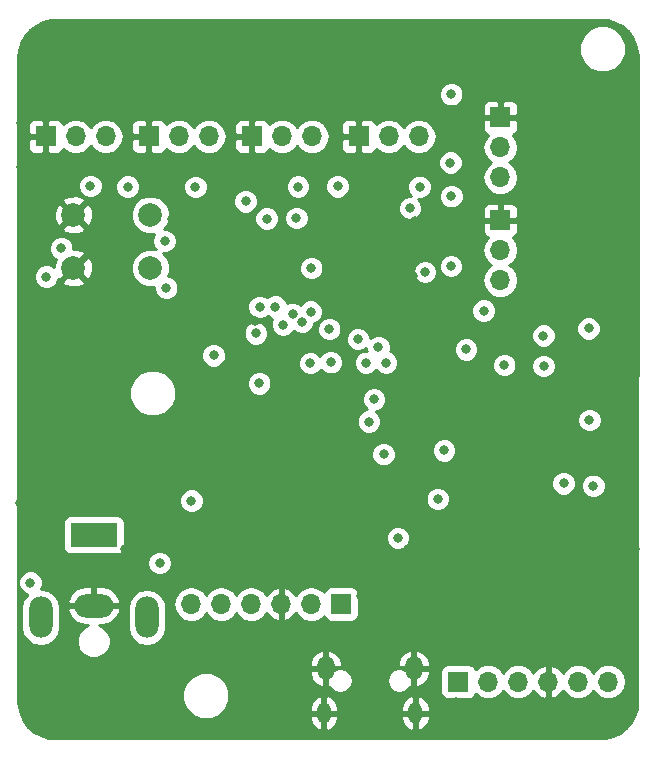
<source format=gbr>
G04 #@! TF.GenerationSoftware,KiCad,Pcbnew,(5.0.0)*
G04 #@! TF.CreationDate,2020-03-24T23:03:22+11:00*
G04 #@! TF.ProjectId,Classification and Contol Board,436C617373696669636174696F6E2061,rev?*
G04 #@! TF.SameCoordinates,Original*
G04 #@! TF.FileFunction,Copper,L2,Inr,Plane*
G04 #@! TF.FilePolarity,Positive*
%FSLAX46Y46*%
G04 Gerber Fmt 4.6, Leading zero omitted, Abs format (unit mm)*
G04 Created by KiCad (PCBNEW (5.0.0)) date 03/24/20 23:03:22*
%MOMM*%
%LPD*%
G01*
G04 APERTURE LIST*
G04 #@! TA.AperFunction,ViaPad*
%ADD10R,4.000000X2.000000*%
G04 #@! TD*
G04 #@! TA.AperFunction,ViaPad*
%ADD11O,3.300000X2.000000*%
G04 #@! TD*
G04 #@! TA.AperFunction,ViaPad*
%ADD12O,2.000000X3.500000*%
G04 #@! TD*
G04 #@! TA.AperFunction,ViaPad*
%ADD13C,2.000000*%
G04 #@! TD*
G04 #@! TA.AperFunction,ViaPad*
%ADD14O,1.700000X1.700000*%
G04 #@! TD*
G04 #@! TA.AperFunction,ViaPad*
%ADD15R,1.700000X1.700000*%
G04 #@! TD*
G04 #@! TA.AperFunction,ViaPad*
%ADD16O,1.450000X2.000000*%
G04 #@! TD*
G04 #@! TA.AperFunction,ViaPad*
%ADD17O,1.150000X1.800000*%
G04 #@! TD*
G04 #@! TA.AperFunction,ViaPad*
%ADD18C,0.800000*%
G04 #@! TD*
G04 #@! TA.AperFunction,Conductor*
%ADD19C,0.254000*%
G04 #@! TD*
G04 APERTURE END LIST*
D10*
G04 #@! TO.N,Net-(J2-Pad1)*
G04 #@! TO.C,J2*
X121540000Y-105610000D03*
D11*
G04 #@! TO.N,/GND*
X121540000Y-111610000D03*
D12*
G04 #@! TO.N,N/C*
X117040000Y-112610000D03*
X126040000Y-112610000D03*
G04 #@! TD*
D13*
G04 #@! TO.N,/STM32F407VGTx/NRST*
G04 #@! TO.C,SW1*
X126320000Y-83020000D03*
X126320000Y-78520000D03*
G04 #@! TO.N,/GND*
X119820000Y-78520000D03*
X119820000Y-83020000D03*
G04 #@! TD*
D14*
G04 #@! TO.N,/STM32F407VGTx/PWM6*
G04 #@! TO.C,J8*
X155945001Y-84045001D03*
G04 #@! TO.N,/Control/VSER6*
X155945001Y-81505001D03*
D15*
G04 #@! TO.N,/GND*
X155945001Y-78965001D03*
G04 #@! TD*
G04 #@! TO.N,/GND*
G04 #@! TO.C,J7*
X155945001Y-70265001D03*
D14*
G04 #@! TO.N,/Control/VSER5*
X155945001Y-72805001D03*
G04 #@! TO.N,/STM32F407VGTx/PWM5*
X155945001Y-75345001D03*
G04 #@! TD*
G04 #@! TO.N,/STM32F407VGTx/PWM4*
G04 #@! TO.C,J6*
X149052311Y-71880074D03*
G04 #@! TO.N,/Control/VSER4*
X146512311Y-71880074D03*
D15*
G04 #@! TO.N,/GND*
X143972311Y-71880074D03*
G04 #@! TD*
G04 #@! TO.N,/GND*
G04 #@! TO.C,J5*
X134930000Y-71880074D03*
D14*
G04 #@! TO.N,/Control/VSER3*
X137470000Y-71880074D03*
G04 #@! TO.N,/STM32F407VGTx/PWM3*
X140010000Y-71880074D03*
G04 #@! TD*
G04 #@! TO.N,/STM32F407VGTx/PWM2*
G04 #@! TO.C,J4*
X131280000Y-71880074D03*
G04 #@! TO.N,/Control/VSER2*
X128740000Y-71880074D03*
D15*
G04 #@! TO.N,/GND*
X126200000Y-71880074D03*
G04 #@! TD*
G04 #@! TO.N,/GND*
G04 #@! TO.C,J3*
X117470000Y-71880074D03*
D14*
G04 #@! TO.N,/Control/VSER1*
X120010000Y-71880074D03*
G04 #@! TO.N,/STM32F407VGTx/PWM1*
X122550000Y-71880074D03*
G04 #@! TD*
D15*
G04 #@! TO.N,/STM32F407VGTx/3V3*
G04 #@! TO.C,J1*
X142490000Y-111470000D03*
D14*
G04 #@! TO.N,/STM32F407VGTx/SWCLK*
X139950000Y-111470000D03*
G04 #@! TO.N,/GND*
X137410000Y-111470000D03*
G04 #@! TO.N,/STM32F407VGTx/SWDIO*
X134870000Y-111470000D03*
G04 #@! TO.N,/STM32F407VGTx/NRST*
X132330000Y-111470000D03*
G04 #@! TO.N,/STM32F407VGTx/SWO*
X129790000Y-111470000D03*
G04 #@! TD*
D16*
G04 #@! TO.N,/GND*
G04 #@! TO.C,J10*
X141165000Y-116900000D03*
X148615000Y-116900000D03*
D17*
X141015000Y-120700000D03*
X148765000Y-120700000D03*
G04 #@! TD*
D15*
G04 #@! TO.N,Net-(J9-Pad1)*
G04 #@! TO.C,J9*
X152390000Y-118040000D03*
D14*
G04 #@! TO.N,Net-(J9-Pad2)*
X154930000Y-118040000D03*
G04 #@! TO.N,Net-(J9-Pad3)*
X157470000Y-118040000D03*
G04 #@! TO.N,/GND*
X160010000Y-118040000D03*
G04 #@! TO.N,/Communications/+5V*
X162550000Y-118040000D03*
G04 #@! TO.N,Net-(J9-Pad6)*
X165090000Y-118040000D03*
G04 #@! TD*
D18*
G04 #@! TO.N,*
X116180000Y-109650000D03*
G04 #@! TO.N,/GND*
X156260000Y-92630000D03*
X116780000Y-63580000D03*
X120180000Y-62830000D03*
X124180000Y-62830000D03*
X128180000Y-62830000D03*
X132180000Y-62830000D03*
X136180000Y-62830000D03*
X140180000Y-62830000D03*
X144180000Y-62830000D03*
X148180000Y-62830000D03*
X152180000Y-62830000D03*
X156180000Y-62830000D03*
X160180000Y-62830000D03*
X163840000Y-62320000D03*
X116180000Y-66830000D03*
X115370000Y-70730000D03*
X115380000Y-74480000D03*
X116180000Y-78830000D03*
X117430000Y-82170000D03*
X115520000Y-80440000D03*
X115440000Y-89750000D03*
X116400000Y-96430000D03*
X116180000Y-106830000D03*
X118810000Y-114980000D03*
X116150000Y-116690000D03*
X116150000Y-119740000D03*
X116830000Y-121830000D03*
X160180000Y-66830000D03*
X160180000Y-70830000D03*
X160180000Y-74830000D03*
X160180000Y-78830000D03*
X160180000Y-82830000D03*
X160180000Y-86830000D03*
X161240000Y-90860000D03*
X161240000Y-94090000D03*
X160180000Y-119800000D03*
X160160000Y-122490000D03*
X144180000Y-66830000D03*
X145140000Y-69890000D03*
X141840000Y-74500000D03*
X143420000Y-90740000D03*
X144180000Y-94830000D03*
X143750000Y-98500000D03*
X144180000Y-102830000D03*
X144180000Y-110830000D03*
X144180000Y-118830000D03*
X144160000Y-122490000D03*
X156180000Y-66830000D03*
X153880000Y-82980000D03*
X156180000Y-86830000D03*
X156180000Y-94830000D03*
X156180000Y-98830000D03*
X156180000Y-106830000D03*
X156180000Y-110830000D03*
X157160000Y-116190000D03*
X156180000Y-119800000D03*
X156160000Y-122490000D03*
X140180000Y-66830000D03*
X141110000Y-69860000D03*
X139070000Y-74550000D03*
X139670000Y-77960000D03*
X139280000Y-94310000D03*
X140160000Y-122490000D03*
X164180000Y-66830000D03*
X164180000Y-70830000D03*
X164180000Y-74830000D03*
X164180000Y-78830000D03*
X164180000Y-82830000D03*
X162470000Y-86680000D03*
X163140000Y-90840000D03*
X163120000Y-94110000D03*
X164180000Y-98830000D03*
X164180000Y-110830000D03*
X164180000Y-119800000D03*
X164160000Y-122490000D03*
X120180000Y-66830000D03*
X119970000Y-70010000D03*
X120180000Y-78830000D03*
X122620000Y-87540000D03*
X124000000Y-88910000D03*
X121390000Y-97190000D03*
X115320000Y-102890000D03*
X119930000Y-109480000D03*
X120070000Y-118720000D03*
X120160000Y-122490000D03*
X128180000Y-66830000D03*
X128710000Y-69810000D03*
X128180000Y-78830000D03*
X125900000Y-88300000D03*
X128180000Y-90830000D03*
X128690000Y-94880000D03*
X128180000Y-98830000D03*
X128180000Y-102830000D03*
X128180000Y-110830000D03*
X128180000Y-114830000D03*
X128180000Y-118830000D03*
X128160000Y-122490000D03*
X136180000Y-66830000D03*
X137300000Y-69810000D03*
X133880000Y-84330000D03*
X135200000Y-87480000D03*
X136180000Y-94830000D03*
X136180000Y-98830000D03*
X136180000Y-102830000D03*
X136180000Y-114830000D03*
X136180000Y-118830000D03*
X136160000Y-122490000D03*
X124180000Y-66830000D03*
X124180000Y-70830000D03*
X124180000Y-74830000D03*
X124180000Y-78830000D03*
X124000000Y-81300000D03*
X124180000Y-86830000D03*
X124180000Y-90830000D03*
X125820000Y-97050000D03*
X124180000Y-106830000D03*
X124120000Y-109540000D03*
X124180000Y-114830000D03*
X124180000Y-118830000D03*
X124160000Y-122490000D03*
X132180000Y-66830000D03*
X132770000Y-69820000D03*
X132180000Y-74830000D03*
X132180000Y-78830000D03*
X131040000Y-91570000D03*
X131580000Y-94780000D03*
X132180000Y-102830000D03*
X132180000Y-114830000D03*
X133020000Y-118040000D03*
X167120000Y-66810000D03*
X167120000Y-70810000D03*
X167120000Y-74810000D03*
X167120000Y-82810000D03*
X167120000Y-86810000D03*
X167100000Y-97860000D03*
X167120000Y-78810000D03*
X167290000Y-110790000D03*
X167120000Y-118810000D03*
X166150000Y-121250000D03*
X167120000Y-114810000D03*
X166800000Y-63380000D03*
X167320000Y-102780000D03*
X167330000Y-106800000D03*
X132160000Y-122490000D03*
X148180000Y-66830000D03*
X149550000Y-69880000D03*
X149580000Y-74490000D03*
X148740000Y-79080000D03*
X148540000Y-83730000D03*
X147730000Y-86940000D03*
X147310000Y-95040000D03*
X147400000Y-97780000D03*
X148180000Y-106830000D03*
X148160000Y-122490000D03*
X152180000Y-66830000D03*
X153630000Y-74410000D03*
X152180000Y-94830000D03*
X153430000Y-98770000D03*
X152180000Y-106830000D03*
X152180000Y-110830000D03*
X151400000Y-115860000D03*
X152180000Y-119800000D03*
X152160000Y-122490000D03*
X142480000Y-86870000D03*
G04 #@! TO.N,/Communications/RX*
X159620000Y-91320000D03*
X135580000Y-86310000D03*
G04 #@! TO.N,/Communications/TX*
X159610000Y-88740000D03*
X136920000Y-86290000D03*
G04 #@! TO.N,/STM32F407VGTx/3V3*
X136180000Y-78830000D03*
X150670000Y-102570000D03*
X149580000Y-83360000D03*
X154550000Y-86630000D03*
X129810000Y-102720000D03*
X131680000Y-90410000D03*
X127530000Y-80730000D03*
X138700000Y-78790000D03*
X148310000Y-77950000D03*
X147290000Y-105870000D03*
G04 #@! TO.N,/STM32F407VGTx/BOOT1*
X135550000Y-92790000D03*
X153060000Y-89910000D03*
G04 #@! TO.N,/STM32F407VGTx/NRST*
X139950000Y-83030000D03*
X145260000Y-94130000D03*
G04 #@! TO.N,/Communications/+5V*
X163430000Y-88140000D03*
X161310000Y-101250000D03*
G04 #@! TO.N,/Control/FB1*
X137560000Y-87810000D03*
X118780000Y-81350000D03*
G04 #@! TO.N,/V+*
X117510000Y-83750000D03*
X121250000Y-76070000D03*
X130150000Y-76150000D03*
X138830000Y-76120000D03*
X149120000Y-76140000D03*
X151740000Y-74090000D03*
X151780000Y-82860000D03*
X127120000Y-107990000D03*
X127670000Y-84700000D03*
X163840000Y-101460000D03*
G04 #@! TO.N,/Control/FB2*
X138390000Y-86930000D03*
X124410000Y-76130000D03*
G04 #@! TO.N,/Control/FB3*
X139890000Y-86720000D03*
X134390000Y-77380000D03*
G04 #@! TO.N,/Control/FB4*
X142180000Y-76110000D03*
X141470000Y-88190000D03*
G04 #@! TO.N,/Control/FB5*
X151800000Y-68300000D03*
X143900000Y-89040000D03*
G04 #@! TO.N,/Control/FB6*
X145640000Y-89720000D03*
X151810000Y-76940000D03*
G04 #@! TO.N,/STM32F407VGTx/PWM1*
X135260000Y-88550000D03*
G04 #@! TO.N,/STM32F407VGTx/PWM2*
X139180000Y-87580000D03*
G04 #@! TO.N,/STM32F407VGTx/PWM3*
X139880000Y-91070000D03*
G04 #@! TO.N,/STM32F407VGTx/PWM4*
X141590000Y-90990000D03*
G04 #@! TO.N,/STM32F407VGTx/PWM5*
X144580000Y-91040000D03*
G04 #@! TO.N,/STM32F407VGTx/PWM6*
X146280000Y-91030000D03*
G04 #@! TO.N,/STM32F407VGTx/SWDIO*
X146070000Y-98780000D03*
G04 #@! TO.N,/STM32F407VGTx/SWCLK*
X151200000Y-98460000D03*
G04 #@! TO.N,/STM32F407VGTx/SWO*
X144820000Y-96020000D03*
G04 #@! TO.N,Net-(C61-Pad1)*
X163510000Y-95890000D03*
X156290000Y-91240000D03*
G04 #@! TD*
D19*
G04 #@! TO.N,/GND*
G36*
X165082658Y-62047917D02*
X165689479Y-62238083D01*
X166245664Y-62546381D01*
X166728495Y-62960217D01*
X167118252Y-63462689D01*
X167399015Y-64033275D01*
X167561516Y-64657126D01*
X167599981Y-65157017D01*
X167560056Y-119653485D01*
X167492083Y-120322658D01*
X167301917Y-120929479D01*
X166993619Y-121485664D01*
X166579783Y-121968495D01*
X166077311Y-122358252D01*
X165506725Y-122639015D01*
X164882879Y-122801515D01*
X164382539Y-122840015D01*
X118325896Y-122849993D01*
X117657342Y-122782083D01*
X117050521Y-122591917D01*
X116494336Y-122283619D01*
X116011505Y-121869783D01*
X115621748Y-121367311D01*
X115340985Y-120796725D01*
X115178485Y-120172879D01*
X115140001Y-119672746D01*
X115140154Y-118835159D01*
X129045000Y-118835159D01*
X129045000Y-119624841D01*
X129347199Y-120354412D01*
X129905588Y-120912801D01*
X130635159Y-121215000D01*
X131424841Y-121215000D01*
X132154412Y-120912801D01*
X132240213Y-120827000D01*
X139805000Y-120827000D01*
X139805000Y-121152000D01*
X139945707Y-121605380D01*
X140249204Y-121970402D01*
X140669286Y-122191495D01*
X140701323Y-122193635D01*
X140888000Y-122068550D01*
X140888000Y-120827000D01*
X141142000Y-120827000D01*
X141142000Y-122068550D01*
X141328677Y-122193635D01*
X141360714Y-122191495D01*
X141780796Y-121970402D01*
X142084293Y-121605380D01*
X142225000Y-121152000D01*
X142225000Y-120827000D01*
X147555000Y-120827000D01*
X147555000Y-121152000D01*
X147695707Y-121605380D01*
X147999204Y-121970402D01*
X148419286Y-122191495D01*
X148451323Y-122193635D01*
X148638000Y-122068550D01*
X148638000Y-120827000D01*
X148892000Y-120827000D01*
X148892000Y-122068550D01*
X149078677Y-122193635D01*
X149110714Y-122191495D01*
X149530796Y-121970402D01*
X149834293Y-121605380D01*
X149975000Y-121152000D01*
X149975000Y-120827000D01*
X148892000Y-120827000D01*
X148638000Y-120827000D01*
X147555000Y-120827000D01*
X142225000Y-120827000D01*
X141142000Y-120827000D01*
X140888000Y-120827000D01*
X139805000Y-120827000D01*
X132240213Y-120827000D01*
X132712801Y-120354412D01*
X132756878Y-120248000D01*
X139805000Y-120248000D01*
X139805000Y-120573000D01*
X140888000Y-120573000D01*
X140888000Y-119331450D01*
X141142000Y-119331450D01*
X141142000Y-120573000D01*
X142225000Y-120573000D01*
X142225000Y-120248000D01*
X147555000Y-120248000D01*
X147555000Y-120573000D01*
X148638000Y-120573000D01*
X148638000Y-119331450D01*
X148892000Y-119331450D01*
X148892000Y-120573000D01*
X149975000Y-120573000D01*
X149975000Y-120248000D01*
X149834293Y-119794620D01*
X149530796Y-119429598D01*
X149110714Y-119208505D01*
X149078677Y-119206365D01*
X148892000Y-119331450D01*
X148638000Y-119331450D01*
X148451323Y-119206365D01*
X148419286Y-119208505D01*
X147999204Y-119429598D01*
X147695707Y-119794620D01*
X147555000Y-120248000D01*
X142225000Y-120248000D01*
X142084293Y-119794620D01*
X141780796Y-119429598D01*
X141360714Y-119208505D01*
X141328677Y-119206365D01*
X141142000Y-119331450D01*
X140888000Y-119331450D01*
X140701323Y-119206365D01*
X140669286Y-119208505D01*
X140249204Y-119429598D01*
X139945707Y-119794620D01*
X139805000Y-120248000D01*
X132756878Y-120248000D01*
X133015000Y-119624841D01*
X133015000Y-118835159D01*
X132712801Y-118105588D01*
X132154412Y-117547199D01*
X131424841Y-117245000D01*
X130635159Y-117245000D01*
X129905588Y-117547199D01*
X129347199Y-118105588D01*
X129045000Y-118835159D01*
X115140154Y-118835159D01*
X115140485Y-117027000D01*
X139805000Y-117027000D01*
X139805000Y-117302000D01*
X139957125Y-117812782D01*
X140293138Y-118226467D01*
X140761884Y-118480076D01*
X140827742Y-118492519D01*
X141038000Y-118369518D01*
X141038000Y-117027000D01*
X141292000Y-117027000D01*
X141292000Y-118369518D01*
X141502258Y-118492519D01*
X141507105Y-118491603D01*
X141643807Y-118696193D01*
X141986163Y-118924948D01*
X142288065Y-118985000D01*
X142491935Y-118985000D01*
X142793837Y-118924948D01*
X143136193Y-118696193D01*
X143364948Y-118353837D01*
X143445276Y-117950000D01*
X146334724Y-117950000D01*
X146415052Y-118353837D01*
X146643807Y-118696193D01*
X146986163Y-118924948D01*
X147288065Y-118985000D01*
X147491935Y-118985000D01*
X147793837Y-118924948D01*
X148136193Y-118696193D01*
X148272895Y-118491603D01*
X148277742Y-118492519D01*
X148488000Y-118369518D01*
X148488000Y-117027000D01*
X148742000Y-117027000D01*
X148742000Y-118369518D01*
X148952258Y-118492519D01*
X149018116Y-118480076D01*
X149486862Y-118226467D01*
X149822875Y-117812782D01*
X149975000Y-117302000D01*
X149975000Y-117190000D01*
X150892560Y-117190000D01*
X150892560Y-118890000D01*
X150941843Y-119137765D01*
X151082191Y-119347809D01*
X151292235Y-119488157D01*
X151540000Y-119537440D01*
X153240000Y-119537440D01*
X153487765Y-119488157D01*
X153697809Y-119347809D01*
X153838157Y-119137765D01*
X153847184Y-119092381D01*
X153859375Y-119110625D01*
X154350582Y-119438839D01*
X154783744Y-119525000D01*
X155076256Y-119525000D01*
X155509418Y-119438839D01*
X156000625Y-119110625D01*
X156200000Y-118812239D01*
X156399375Y-119110625D01*
X156890582Y-119438839D01*
X157323744Y-119525000D01*
X157616256Y-119525000D01*
X158049418Y-119438839D01*
X158540625Y-119110625D01*
X158753843Y-118791522D01*
X158814817Y-118921358D01*
X159243076Y-119311645D01*
X159653110Y-119481476D01*
X159883000Y-119360155D01*
X159883000Y-118167000D01*
X159863000Y-118167000D01*
X159863000Y-117913000D01*
X159883000Y-117913000D01*
X159883000Y-116719845D01*
X160137000Y-116719845D01*
X160137000Y-117913000D01*
X160157000Y-117913000D01*
X160157000Y-118167000D01*
X160137000Y-118167000D01*
X160137000Y-119360155D01*
X160366890Y-119481476D01*
X160776924Y-119311645D01*
X161205183Y-118921358D01*
X161266157Y-118791522D01*
X161479375Y-119110625D01*
X161970582Y-119438839D01*
X162403744Y-119525000D01*
X162696256Y-119525000D01*
X163129418Y-119438839D01*
X163620625Y-119110625D01*
X163820000Y-118812239D01*
X164019375Y-119110625D01*
X164510582Y-119438839D01*
X164943744Y-119525000D01*
X165236256Y-119525000D01*
X165669418Y-119438839D01*
X166160625Y-119110625D01*
X166488839Y-118619418D01*
X166604092Y-118040000D01*
X166488839Y-117460582D01*
X166160625Y-116969375D01*
X165669418Y-116641161D01*
X165236256Y-116555000D01*
X164943744Y-116555000D01*
X164510582Y-116641161D01*
X164019375Y-116969375D01*
X163820000Y-117267761D01*
X163620625Y-116969375D01*
X163129418Y-116641161D01*
X162696256Y-116555000D01*
X162403744Y-116555000D01*
X161970582Y-116641161D01*
X161479375Y-116969375D01*
X161266157Y-117288478D01*
X161205183Y-117158642D01*
X160776924Y-116768355D01*
X160366890Y-116598524D01*
X160137000Y-116719845D01*
X159883000Y-116719845D01*
X159653110Y-116598524D01*
X159243076Y-116768355D01*
X158814817Y-117158642D01*
X158753843Y-117288478D01*
X158540625Y-116969375D01*
X158049418Y-116641161D01*
X157616256Y-116555000D01*
X157323744Y-116555000D01*
X156890582Y-116641161D01*
X156399375Y-116969375D01*
X156200000Y-117267761D01*
X156000625Y-116969375D01*
X155509418Y-116641161D01*
X155076256Y-116555000D01*
X154783744Y-116555000D01*
X154350582Y-116641161D01*
X153859375Y-116969375D01*
X153847184Y-116987619D01*
X153838157Y-116942235D01*
X153697809Y-116732191D01*
X153487765Y-116591843D01*
X153240000Y-116542560D01*
X151540000Y-116542560D01*
X151292235Y-116591843D01*
X151082191Y-116732191D01*
X150941843Y-116942235D01*
X150892560Y-117190000D01*
X149975000Y-117190000D01*
X149975000Y-117027000D01*
X148742000Y-117027000D01*
X148488000Y-117027000D01*
X147871583Y-117027000D01*
X147793837Y-116975052D01*
X147491935Y-116915000D01*
X147288065Y-116915000D01*
X146986163Y-116975052D01*
X146643807Y-117203807D01*
X146415052Y-117546163D01*
X146334724Y-117950000D01*
X143445276Y-117950000D01*
X143364948Y-117546163D01*
X143136193Y-117203807D01*
X142793837Y-116975052D01*
X142491935Y-116915000D01*
X142288065Y-116915000D01*
X141986163Y-116975052D01*
X141908417Y-117027000D01*
X141292000Y-117027000D01*
X141038000Y-117027000D01*
X139805000Y-117027000D01*
X115140485Y-117027000D01*
X115140582Y-116498000D01*
X139805000Y-116498000D01*
X139805000Y-116773000D01*
X141038000Y-116773000D01*
X141038000Y-115430482D01*
X141292000Y-115430482D01*
X141292000Y-116773000D01*
X142525000Y-116773000D01*
X142525000Y-116498000D01*
X147255000Y-116498000D01*
X147255000Y-116773000D01*
X148488000Y-116773000D01*
X148488000Y-115430482D01*
X148742000Y-115430482D01*
X148742000Y-116773000D01*
X149975000Y-116773000D01*
X149975000Y-116498000D01*
X149822875Y-115987218D01*
X149486862Y-115573533D01*
X149018116Y-115319924D01*
X148952258Y-115307481D01*
X148742000Y-115430482D01*
X148488000Y-115430482D01*
X148277742Y-115307481D01*
X148211884Y-115319924D01*
X147743138Y-115573533D01*
X147407125Y-115987218D01*
X147255000Y-116498000D01*
X142525000Y-116498000D01*
X142372875Y-115987218D01*
X142036862Y-115573533D01*
X141568116Y-115319924D01*
X141502258Y-115307481D01*
X141292000Y-115430482D01*
X141038000Y-115430482D01*
X140827742Y-115307481D01*
X140761884Y-115319924D01*
X140293138Y-115573533D01*
X139957125Y-115987218D01*
X139805000Y-116498000D01*
X115140582Y-116498000D01*
X115141877Y-109444126D01*
X115145000Y-109444126D01*
X115145000Y-109855874D01*
X115302569Y-110236280D01*
X115593720Y-110527431D01*
X115900952Y-110654690D01*
X115861231Y-110681231D01*
X115499864Y-111222056D01*
X115405000Y-111698970D01*
X115405000Y-113521031D01*
X115499865Y-113997945D01*
X115861232Y-114538769D01*
X116402056Y-114900136D01*
X117040000Y-115027031D01*
X117677945Y-114900136D01*
X118218769Y-114538769D01*
X118580136Y-113997945D01*
X118675000Y-113521031D01*
X118675000Y-111990434D01*
X119299876Y-111990434D01*
X119330856Y-112118355D01*
X119644078Y-112676317D01*
X120146980Y-113071942D01*
X120763000Y-113245000D01*
X121085566Y-113245000D01*
X120727138Y-113393466D01*
X120323466Y-113797138D01*
X120105000Y-114324561D01*
X120105000Y-114895439D01*
X120323466Y-115422862D01*
X120727138Y-115826534D01*
X121254561Y-116045000D01*
X121825439Y-116045000D01*
X122352862Y-115826534D01*
X122756534Y-115422862D01*
X122975000Y-114895439D01*
X122975000Y-114324561D01*
X122756534Y-113797138D01*
X122352862Y-113393466D01*
X121994434Y-113245000D01*
X122317000Y-113245000D01*
X122933020Y-113071942D01*
X123435922Y-112676317D01*
X123749144Y-112118355D01*
X123780124Y-111990434D01*
X123660777Y-111737000D01*
X121667000Y-111737000D01*
X121667000Y-111757000D01*
X121413000Y-111757000D01*
X121413000Y-111737000D01*
X119419223Y-111737000D01*
X119299876Y-111990434D01*
X118675000Y-111990434D01*
X118675000Y-111698970D01*
X124405000Y-111698970D01*
X124405000Y-113521031D01*
X124499865Y-113997945D01*
X124861232Y-114538769D01*
X125402056Y-114900136D01*
X126040000Y-115027031D01*
X126677945Y-114900136D01*
X127218769Y-114538769D01*
X127580136Y-113997945D01*
X127675000Y-113521031D01*
X127675000Y-111698969D01*
X127629456Y-111470000D01*
X128275908Y-111470000D01*
X128391161Y-112049418D01*
X128719375Y-112540625D01*
X129210582Y-112868839D01*
X129643744Y-112955000D01*
X129936256Y-112955000D01*
X130369418Y-112868839D01*
X130860625Y-112540625D01*
X131060000Y-112242239D01*
X131259375Y-112540625D01*
X131750582Y-112868839D01*
X132183744Y-112955000D01*
X132476256Y-112955000D01*
X132909418Y-112868839D01*
X133400625Y-112540625D01*
X133600000Y-112242239D01*
X133799375Y-112540625D01*
X134290582Y-112868839D01*
X134723744Y-112955000D01*
X135016256Y-112955000D01*
X135449418Y-112868839D01*
X135940625Y-112540625D01*
X136153843Y-112221522D01*
X136214817Y-112351358D01*
X136643076Y-112741645D01*
X137053110Y-112911476D01*
X137283000Y-112790155D01*
X137283000Y-111597000D01*
X137263000Y-111597000D01*
X137263000Y-111343000D01*
X137283000Y-111343000D01*
X137283000Y-110149845D01*
X137537000Y-110149845D01*
X137537000Y-111343000D01*
X137557000Y-111343000D01*
X137557000Y-111597000D01*
X137537000Y-111597000D01*
X137537000Y-112790155D01*
X137766890Y-112911476D01*
X138176924Y-112741645D01*
X138605183Y-112351358D01*
X138666157Y-112221522D01*
X138879375Y-112540625D01*
X139370582Y-112868839D01*
X139803744Y-112955000D01*
X140096256Y-112955000D01*
X140529418Y-112868839D01*
X141020625Y-112540625D01*
X141032816Y-112522381D01*
X141041843Y-112567765D01*
X141182191Y-112777809D01*
X141392235Y-112918157D01*
X141640000Y-112967440D01*
X143340000Y-112967440D01*
X143587765Y-112918157D01*
X143797809Y-112777809D01*
X143938157Y-112567765D01*
X143987440Y-112320000D01*
X143987440Y-110620000D01*
X143938157Y-110372235D01*
X143797809Y-110162191D01*
X143587765Y-110021843D01*
X143340000Y-109972560D01*
X141640000Y-109972560D01*
X141392235Y-110021843D01*
X141182191Y-110162191D01*
X141041843Y-110372235D01*
X141032816Y-110417619D01*
X141020625Y-110399375D01*
X140529418Y-110071161D01*
X140096256Y-109985000D01*
X139803744Y-109985000D01*
X139370582Y-110071161D01*
X138879375Y-110399375D01*
X138666157Y-110718478D01*
X138605183Y-110588642D01*
X138176924Y-110198355D01*
X137766890Y-110028524D01*
X137537000Y-110149845D01*
X137283000Y-110149845D01*
X137053110Y-110028524D01*
X136643076Y-110198355D01*
X136214817Y-110588642D01*
X136153843Y-110718478D01*
X135940625Y-110399375D01*
X135449418Y-110071161D01*
X135016256Y-109985000D01*
X134723744Y-109985000D01*
X134290582Y-110071161D01*
X133799375Y-110399375D01*
X133600000Y-110697761D01*
X133400625Y-110399375D01*
X132909418Y-110071161D01*
X132476256Y-109985000D01*
X132183744Y-109985000D01*
X131750582Y-110071161D01*
X131259375Y-110399375D01*
X131060000Y-110697761D01*
X130860625Y-110399375D01*
X130369418Y-110071161D01*
X129936256Y-109985000D01*
X129643744Y-109985000D01*
X129210582Y-110071161D01*
X128719375Y-110399375D01*
X128391161Y-110890582D01*
X128275908Y-111470000D01*
X127629456Y-111470000D01*
X127580136Y-111222055D01*
X127218769Y-110681231D01*
X126677944Y-110319864D01*
X126040000Y-110192969D01*
X125402055Y-110319864D01*
X124861231Y-110681231D01*
X124499864Y-111222056D01*
X124405000Y-111698970D01*
X118675000Y-111698970D01*
X118675000Y-111698969D01*
X118581631Y-111229566D01*
X119299876Y-111229566D01*
X119419223Y-111483000D01*
X121413000Y-111483000D01*
X121413000Y-109975000D01*
X121667000Y-109975000D01*
X121667000Y-111483000D01*
X123660777Y-111483000D01*
X123780124Y-111229566D01*
X123749144Y-111101645D01*
X123435922Y-110543683D01*
X122933020Y-110148058D01*
X122317000Y-109975000D01*
X121667000Y-109975000D01*
X121413000Y-109975000D01*
X120763000Y-109975000D01*
X120146980Y-110148058D01*
X119644078Y-110543683D01*
X119330856Y-111101645D01*
X119299876Y-111229566D01*
X118581631Y-111229566D01*
X118580136Y-111222055D01*
X118218769Y-110681231D01*
X117677944Y-110319864D01*
X117072679Y-110199469D01*
X117215000Y-109855874D01*
X117215000Y-109444126D01*
X117057431Y-109063720D01*
X116766280Y-108772569D01*
X116385874Y-108615000D01*
X115974126Y-108615000D01*
X115593720Y-108772569D01*
X115302569Y-109063720D01*
X115145000Y-109444126D01*
X115141877Y-109444126D01*
X115142181Y-107784126D01*
X126085000Y-107784126D01*
X126085000Y-108195874D01*
X126242569Y-108576280D01*
X126533720Y-108867431D01*
X126914126Y-109025000D01*
X127325874Y-109025000D01*
X127706280Y-108867431D01*
X127997431Y-108576280D01*
X128155000Y-108195874D01*
X128155000Y-107784126D01*
X127997431Y-107403720D01*
X127706280Y-107112569D01*
X127325874Y-106955000D01*
X126914126Y-106955000D01*
X126533720Y-107112569D01*
X126242569Y-107403720D01*
X126085000Y-107784126D01*
X115142181Y-107784126D01*
X115142763Y-104610000D01*
X118892560Y-104610000D01*
X118892560Y-106610000D01*
X118941843Y-106857765D01*
X119082191Y-107067809D01*
X119292235Y-107208157D01*
X119540000Y-107257440D01*
X123540000Y-107257440D01*
X123787765Y-107208157D01*
X123997809Y-107067809D01*
X124138157Y-106857765D01*
X124187440Y-106610000D01*
X124187440Y-105664126D01*
X146255000Y-105664126D01*
X146255000Y-106075874D01*
X146412569Y-106456280D01*
X146703720Y-106747431D01*
X147084126Y-106905000D01*
X147495874Y-106905000D01*
X147876280Y-106747431D01*
X148167431Y-106456280D01*
X148325000Y-106075874D01*
X148325000Y-105664126D01*
X148167431Y-105283720D01*
X147876280Y-104992569D01*
X147495874Y-104835000D01*
X147084126Y-104835000D01*
X146703720Y-104992569D01*
X146412569Y-105283720D01*
X146255000Y-105664126D01*
X124187440Y-105664126D01*
X124187440Y-104610000D01*
X124138157Y-104362235D01*
X123997809Y-104152191D01*
X123787765Y-104011843D01*
X123540000Y-103962560D01*
X119540000Y-103962560D01*
X119292235Y-104011843D01*
X119082191Y-104152191D01*
X118941843Y-104362235D01*
X118892560Y-104610000D01*
X115142763Y-104610000D01*
X115143147Y-102514126D01*
X128775000Y-102514126D01*
X128775000Y-102925874D01*
X128932569Y-103306280D01*
X129223720Y-103597431D01*
X129604126Y-103755000D01*
X130015874Y-103755000D01*
X130396280Y-103597431D01*
X130687431Y-103306280D01*
X130845000Y-102925874D01*
X130845000Y-102514126D01*
X130782869Y-102364126D01*
X149635000Y-102364126D01*
X149635000Y-102775874D01*
X149792569Y-103156280D01*
X150083720Y-103447431D01*
X150464126Y-103605000D01*
X150875874Y-103605000D01*
X151256280Y-103447431D01*
X151547431Y-103156280D01*
X151705000Y-102775874D01*
X151705000Y-102364126D01*
X151547431Y-101983720D01*
X151256280Y-101692569D01*
X150875874Y-101535000D01*
X150464126Y-101535000D01*
X150083720Y-101692569D01*
X149792569Y-101983720D01*
X149635000Y-102364126D01*
X130782869Y-102364126D01*
X130687431Y-102133720D01*
X130396280Y-101842569D01*
X130015874Y-101685000D01*
X129604126Y-101685000D01*
X129223720Y-101842569D01*
X128932569Y-102133720D01*
X128775000Y-102514126D01*
X115143147Y-102514126D01*
X115143416Y-101044126D01*
X160275000Y-101044126D01*
X160275000Y-101455874D01*
X160432569Y-101836280D01*
X160723720Y-102127431D01*
X161104126Y-102285000D01*
X161515874Y-102285000D01*
X161896280Y-102127431D01*
X162187431Y-101836280D01*
X162345000Y-101455874D01*
X162345000Y-101254126D01*
X162805000Y-101254126D01*
X162805000Y-101665874D01*
X162962569Y-102046280D01*
X163253720Y-102337431D01*
X163634126Y-102495000D01*
X164045874Y-102495000D01*
X164426280Y-102337431D01*
X164717431Y-102046280D01*
X164875000Y-101665874D01*
X164875000Y-101254126D01*
X164717431Y-100873720D01*
X164426280Y-100582569D01*
X164045874Y-100425000D01*
X163634126Y-100425000D01*
X163253720Y-100582569D01*
X162962569Y-100873720D01*
X162805000Y-101254126D01*
X162345000Y-101254126D01*
X162345000Y-101044126D01*
X162187431Y-100663720D01*
X161896280Y-100372569D01*
X161515874Y-100215000D01*
X161104126Y-100215000D01*
X160723720Y-100372569D01*
X160432569Y-100663720D01*
X160275000Y-101044126D01*
X115143416Y-101044126D01*
X115143869Y-98574126D01*
X145035000Y-98574126D01*
X145035000Y-98985874D01*
X145192569Y-99366280D01*
X145483720Y-99657431D01*
X145864126Y-99815000D01*
X146275874Y-99815000D01*
X146656280Y-99657431D01*
X146947431Y-99366280D01*
X147105000Y-98985874D01*
X147105000Y-98574126D01*
X146972452Y-98254126D01*
X150165000Y-98254126D01*
X150165000Y-98665874D01*
X150322569Y-99046280D01*
X150613720Y-99337431D01*
X150994126Y-99495000D01*
X151405874Y-99495000D01*
X151786280Y-99337431D01*
X152077431Y-99046280D01*
X152235000Y-98665874D01*
X152235000Y-98254126D01*
X152077431Y-97873720D01*
X151786280Y-97582569D01*
X151405874Y-97425000D01*
X150994126Y-97425000D01*
X150613720Y-97582569D01*
X150322569Y-97873720D01*
X150165000Y-98254126D01*
X146972452Y-98254126D01*
X146947431Y-98193720D01*
X146656280Y-97902569D01*
X146275874Y-97745000D01*
X145864126Y-97745000D01*
X145483720Y-97902569D01*
X145192569Y-98193720D01*
X145035000Y-98574126D01*
X115143869Y-98574126D01*
X115144375Y-95814126D01*
X143785000Y-95814126D01*
X143785000Y-96225874D01*
X143942569Y-96606280D01*
X144233720Y-96897431D01*
X144614126Y-97055000D01*
X145025874Y-97055000D01*
X145406280Y-96897431D01*
X145697431Y-96606280D01*
X145855000Y-96225874D01*
X145855000Y-95814126D01*
X145801153Y-95684126D01*
X162475000Y-95684126D01*
X162475000Y-96095874D01*
X162632569Y-96476280D01*
X162923720Y-96767431D01*
X163304126Y-96925000D01*
X163715874Y-96925000D01*
X164096280Y-96767431D01*
X164387431Y-96476280D01*
X164545000Y-96095874D01*
X164545000Y-95684126D01*
X164387431Y-95303720D01*
X164096280Y-95012569D01*
X163715874Y-94855000D01*
X163304126Y-94855000D01*
X162923720Y-95012569D01*
X162632569Y-95303720D01*
X162475000Y-95684126D01*
X145801153Y-95684126D01*
X145697431Y-95433720D01*
X145428711Y-95165000D01*
X145465874Y-95165000D01*
X145846280Y-95007431D01*
X146137431Y-94716280D01*
X146295000Y-94335874D01*
X146295000Y-93924126D01*
X146137431Y-93543720D01*
X145846280Y-93252569D01*
X145465874Y-93095000D01*
X145054126Y-93095000D01*
X144673720Y-93252569D01*
X144382569Y-93543720D01*
X144225000Y-93924126D01*
X144225000Y-94335874D01*
X144382569Y-94716280D01*
X144651289Y-94985000D01*
X144614126Y-94985000D01*
X144233720Y-95142569D01*
X143942569Y-95433720D01*
X143785000Y-95814126D01*
X115144375Y-95814126D01*
X115144854Y-93205159D01*
X124545000Y-93205159D01*
X124545000Y-93994841D01*
X124847199Y-94724412D01*
X125405588Y-95282801D01*
X126135159Y-95585000D01*
X126924841Y-95585000D01*
X127654412Y-95282801D01*
X128212801Y-94724412D01*
X128515000Y-93994841D01*
X128515000Y-93205159D01*
X128257760Y-92584126D01*
X134515000Y-92584126D01*
X134515000Y-92995874D01*
X134672569Y-93376280D01*
X134963720Y-93667431D01*
X135344126Y-93825000D01*
X135755874Y-93825000D01*
X136136280Y-93667431D01*
X136427431Y-93376280D01*
X136585000Y-92995874D01*
X136585000Y-92584126D01*
X136427431Y-92203720D01*
X136136280Y-91912569D01*
X135755874Y-91755000D01*
X135344126Y-91755000D01*
X134963720Y-91912569D01*
X134672569Y-92203720D01*
X134515000Y-92584126D01*
X128257760Y-92584126D01*
X128212801Y-92475588D01*
X127654412Y-91917199D01*
X126924841Y-91615000D01*
X126135159Y-91615000D01*
X125405588Y-91917199D01*
X124847199Y-92475588D01*
X124545000Y-93205159D01*
X115144854Y-93205159D01*
X115145404Y-90204126D01*
X130645000Y-90204126D01*
X130645000Y-90615874D01*
X130802569Y-90996280D01*
X131093720Y-91287431D01*
X131474126Y-91445000D01*
X131885874Y-91445000D01*
X132266280Y-91287431D01*
X132557431Y-90996280D01*
X132612170Y-90864126D01*
X138845000Y-90864126D01*
X138845000Y-91275874D01*
X139002569Y-91656280D01*
X139293720Y-91947431D01*
X139674126Y-92105000D01*
X140085874Y-92105000D01*
X140466280Y-91947431D01*
X140757431Y-91656280D01*
X140767723Y-91631434D01*
X141003720Y-91867431D01*
X141384126Y-92025000D01*
X141795874Y-92025000D01*
X142176280Y-91867431D01*
X142467431Y-91576280D01*
X142625000Y-91195874D01*
X142625000Y-90784126D01*
X142467431Y-90403720D01*
X142176280Y-90112569D01*
X141795874Y-89955000D01*
X141384126Y-89955000D01*
X141003720Y-90112569D01*
X140712569Y-90403720D01*
X140702277Y-90428566D01*
X140466280Y-90192569D01*
X140085874Y-90035000D01*
X139674126Y-90035000D01*
X139293720Y-90192569D01*
X139002569Y-90483720D01*
X138845000Y-90864126D01*
X132612170Y-90864126D01*
X132715000Y-90615874D01*
X132715000Y-90204126D01*
X132557431Y-89823720D01*
X132266280Y-89532569D01*
X131885874Y-89375000D01*
X131474126Y-89375000D01*
X131093720Y-89532569D01*
X130802569Y-89823720D01*
X130645000Y-90204126D01*
X115145404Y-90204126D01*
X115145745Y-88344126D01*
X134225000Y-88344126D01*
X134225000Y-88755874D01*
X134382569Y-89136280D01*
X134673720Y-89427431D01*
X135054126Y-89585000D01*
X135465874Y-89585000D01*
X135846280Y-89427431D01*
X136137431Y-89136280D01*
X136295000Y-88755874D01*
X136295000Y-88344126D01*
X136137431Y-87963720D01*
X135846280Y-87672569D01*
X135465874Y-87515000D01*
X135054126Y-87515000D01*
X134673720Y-87672569D01*
X134382569Y-87963720D01*
X134225000Y-88344126D01*
X115145745Y-88344126D01*
X115146156Y-86104126D01*
X134545000Y-86104126D01*
X134545000Y-86515874D01*
X134702569Y-86896280D01*
X134993720Y-87187431D01*
X135374126Y-87345000D01*
X135785874Y-87345000D01*
X136166280Y-87187431D01*
X136260000Y-87093711D01*
X136333720Y-87167431D01*
X136651383Y-87299011D01*
X136525000Y-87604126D01*
X136525000Y-88015874D01*
X136682569Y-88396280D01*
X136973720Y-88687431D01*
X137354126Y-88845000D01*
X137765874Y-88845000D01*
X138146280Y-88687431D01*
X138437431Y-88396280D01*
X138465296Y-88329007D01*
X138593720Y-88457431D01*
X138974126Y-88615000D01*
X139385874Y-88615000D01*
X139766280Y-88457431D01*
X140057431Y-88166280D01*
X140132881Y-87984126D01*
X140435000Y-87984126D01*
X140435000Y-88395874D01*
X140592569Y-88776280D01*
X140883720Y-89067431D01*
X141264126Y-89225000D01*
X141675874Y-89225000D01*
X142056280Y-89067431D01*
X142289585Y-88834126D01*
X142865000Y-88834126D01*
X142865000Y-89245874D01*
X143022569Y-89626280D01*
X143313720Y-89917431D01*
X143694126Y-90075000D01*
X144105874Y-90075000D01*
X144486280Y-89917431D01*
X144605000Y-89798711D01*
X144605000Y-89925874D01*
X144637775Y-90005000D01*
X144374126Y-90005000D01*
X143993720Y-90162569D01*
X143702569Y-90453720D01*
X143545000Y-90834126D01*
X143545000Y-91245874D01*
X143702569Y-91626280D01*
X143993720Y-91917431D01*
X144374126Y-92075000D01*
X144785874Y-92075000D01*
X145166280Y-91917431D01*
X145435000Y-91648711D01*
X145693720Y-91907431D01*
X146074126Y-92065000D01*
X146485874Y-92065000D01*
X146866280Y-91907431D01*
X147157431Y-91616280D01*
X147315000Y-91235874D01*
X147315000Y-91034126D01*
X155255000Y-91034126D01*
X155255000Y-91445874D01*
X155412569Y-91826280D01*
X155703720Y-92117431D01*
X156084126Y-92275000D01*
X156495874Y-92275000D01*
X156876280Y-92117431D01*
X157167431Y-91826280D01*
X157325000Y-91445874D01*
X157325000Y-91114126D01*
X158585000Y-91114126D01*
X158585000Y-91525874D01*
X158742569Y-91906280D01*
X159033720Y-92197431D01*
X159414126Y-92355000D01*
X159825874Y-92355000D01*
X160206280Y-92197431D01*
X160497431Y-91906280D01*
X160655000Y-91525874D01*
X160655000Y-91114126D01*
X160497431Y-90733720D01*
X160206280Y-90442569D01*
X159825874Y-90285000D01*
X159414126Y-90285000D01*
X159033720Y-90442569D01*
X158742569Y-90733720D01*
X158585000Y-91114126D01*
X157325000Y-91114126D01*
X157325000Y-91034126D01*
X157167431Y-90653720D01*
X156876280Y-90362569D01*
X156495874Y-90205000D01*
X156084126Y-90205000D01*
X155703720Y-90362569D01*
X155412569Y-90653720D01*
X155255000Y-91034126D01*
X147315000Y-91034126D01*
X147315000Y-90824126D01*
X147157431Y-90443720D01*
X146866280Y-90152569D01*
X146622864Y-90051743D01*
X146675000Y-89925874D01*
X146675000Y-89704126D01*
X152025000Y-89704126D01*
X152025000Y-90115874D01*
X152182569Y-90496280D01*
X152473720Y-90787431D01*
X152854126Y-90945000D01*
X153265874Y-90945000D01*
X153646280Y-90787431D01*
X153937431Y-90496280D01*
X154095000Y-90115874D01*
X154095000Y-89704126D01*
X153937431Y-89323720D01*
X153646280Y-89032569D01*
X153265874Y-88875000D01*
X152854126Y-88875000D01*
X152473720Y-89032569D01*
X152182569Y-89323720D01*
X152025000Y-89704126D01*
X146675000Y-89704126D01*
X146675000Y-89514126D01*
X146517431Y-89133720D01*
X146226280Y-88842569D01*
X145845874Y-88685000D01*
X145434126Y-88685000D01*
X145053720Y-88842569D01*
X144935000Y-88961289D01*
X144935000Y-88834126D01*
X144810737Y-88534126D01*
X158575000Y-88534126D01*
X158575000Y-88945874D01*
X158732569Y-89326280D01*
X159023720Y-89617431D01*
X159404126Y-89775000D01*
X159815874Y-89775000D01*
X160196280Y-89617431D01*
X160487431Y-89326280D01*
X160645000Y-88945874D01*
X160645000Y-88534126D01*
X160487431Y-88153720D01*
X160267837Y-87934126D01*
X162395000Y-87934126D01*
X162395000Y-88345874D01*
X162552569Y-88726280D01*
X162843720Y-89017431D01*
X163224126Y-89175000D01*
X163635874Y-89175000D01*
X164016280Y-89017431D01*
X164307431Y-88726280D01*
X164465000Y-88345874D01*
X164465000Y-87934126D01*
X164307431Y-87553720D01*
X164016280Y-87262569D01*
X163635874Y-87105000D01*
X163224126Y-87105000D01*
X162843720Y-87262569D01*
X162552569Y-87553720D01*
X162395000Y-87934126D01*
X160267837Y-87934126D01*
X160196280Y-87862569D01*
X159815874Y-87705000D01*
X159404126Y-87705000D01*
X159023720Y-87862569D01*
X158732569Y-88153720D01*
X158575000Y-88534126D01*
X144810737Y-88534126D01*
X144777431Y-88453720D01*
X144486280Y-88162569D01*
X144105874Y-88005000D01*
X143694126Y-88005000D01*
X143313720Y-88162569D01*
X143022569Y-88453720D01*
X142865000Y-88834126D01*
X142289585Y-88834126D01*
X142347431Y-88776280D01*
X142505000Y-88395874D01*
X142505000Y-87984126D01*
X142347431Y-87603720D01*
X142056280Y-87312569D01*
X141675874Y-87155000D01*
X141264126Y-87155000D01*
X140883720Y-87312569D01*
X140592569Y-87603720D01*
X140435000Y-87984126D01*
X140132881Y-87984126D01*
X140215000Y-87785874D01*
X140215000Y-87705656D01*
X140476280Y-87597431D01*
X140767431Y-87306280D01*
X140925000Y-86925874D01*
X140925000Y-86514126D01*
X140887721Y-86424126D01*
X153515000Y-86424126D01*
X153515000Y-86835874D01*
X153672569Y-87216280D01*
X153963720Y-87507431D01*
X154344126Y-87665000D01*
X154755874Y-87665000D01*
X155136280Y-87507431D01*
X155427431Y-87216280D01*
X155585000Y-86835874D01*
X155585000Y-86424126D01*
X155427431Y-86043720D01*
X155136280Y-85752569D01*
X154755874Y-85595000D01*
X154344126Y-85595000D01*
X153963720Y-85752569D01*
X153672569Y-86043720D01*
X153515000Y-86424126D01*
X140887721Y-86424126D01*
X140767431Y-86133720D01*
X140476280Y-85842569D01*
X140095874Y-85685000D01*
X139684126Y-85685000D01*
X139303720Y-85842569D01*
X139035000Y-86111289D01*
X138976280Y-86052569D01*
X138595874Y-85895000D01*
X138184126Y-85895000D01*
X137921689Y-86003705D01*
X137797431Y-85703720D01*
X137506280Y-85412569D01*
X137125874Y-85255000D01*
X136714126Y-85255000D01*
X136333720Y-85412569D01*
X136240000Y-85506289D01*
X136166280Y-85432569D01*
X135785874Y-85275000D01*
X135374126Y-85275000D01*
X134993720Y-85432569D01*
X134702569Y-85723720D01*
X134545000Y-86104126D01*
X115146156Y-86104126D01*
X115146627Y-83544126D01*
X116475000Y-83544126D01*
X116475000Y-83955874D01*
X116632569Y-84336280D01*
X116923720Y-84627431D01*
X117304126Y-84785000D01*
X117715874Y-84785000D01*
X118096280Y-84627431D01*
X118387431Y-84336280D01*
X118455257Y-84172532D01*
X118847073Y-84172532D01*
X118945736Y-84439387D01*
X119555461Y-84665908D01*
X120205460Y-84641856D01*
X120694264Y-84439387D01*
X120792927Y-84172532D01*
X119820000Y-83199605D01*
X118847073Y-84172532D01*
X118455257Y-84172532D01*
X118545000Y-83955874D01*
X118545000Y-83947648D01*
X118667468Y-83992927D01*
X119640395Y-83020000D01*
X119999605Y-83020000D01*
X120972532Y-83992927D01*
X121239387Y-83894264D01*
X121465908Y-83284539D01*
X121441856Y-82634540D01*
X121239387Y-82145736D01*
X120972532Y-82047073D01*
X119999605Y-83020000D01*
X119640395Y-83020000D01*
X119626253Y-83005858D01*
X119805858Y-82826253D01*
X119820000Y-82840395D01*
X120792927Y-81867468D01*
X120694264Y-81600613D01*
X120084539Y-81374092D01*
X119815000Y-81384066D01*
X119815000Y-81144126D01*
X119657431Y-80763720D01*
X119366280Y-80472569D01*
X118985874Y-80315000D01*
X118574126Y-80315000D01*
X118193720Y-80472569D01*
X117902569Y-80763720D01*
X117745000Y-81144126D01*
X117745000Y-81555874D01*
X117902569Y-81936280D01*
X118193720Y-82227431D01*
X118346718Y-82290805D01*
X118174092Y-82755461D01*
X118181582Y-82957871D01*
X118096280Y-82872569D01*
X117715874Y-82715000D01*
X117304126Y-82715000D01*
X116923720Y-82872569D01*
X116632569Y-83163720D01*
X116475000Y-83544126D01*
X115146627Y-83544126D01*
X115147337Y-79672532D01*
X118847073Y-79672532D01*
X118945736Y-79939387D01*
X119555461Y-80165908D01*
X120205460Y-80141856D01*
X120694264Y-79939387D01*
X120792927Y-79672532D01*
X119820000Y-78699605D01*
X118847073Y-79672532D01*
X115147337Y-79672532D01*
X115147597Y-78255461D01*
X118174092Y-78255461D01*
X118198144Y-78905460D01*
X118400613Y-79394264D01*
X118667468Y-79492927D01*
X119640395Y-78520000D01*
X119999605Y-78520000D01*
X120972532Y-79492927D01*
X121239387Y-79394264D01*
X121465908Y-78784539D01*
X121444085Y-78194778D01*
X124685000Y-78194778D01*
X124685000Y-78845222D01*
X124933914Y-79446153D01*
X125393847Y-79906086D01*
X125994778Y-80155000D01*
X126645222Y-80155000D01*
X126648451Y-80153663D01*
X126495000Y-80524126D01*
X126495000Y-80935874D01*
X126652569Y-81316280D01*
X126775077Y-81438788D01*
X126645222Y-81385000D01*
X125994778Y-81385000D01*
X125393847Y-81633914D01*
X124933914Y-82093847D01*
X124685000Y-82694778D01*
X124685000Y-83345222D01*
X124933914Y-83946153D01*
X125393847Y-84406086D01*
X125994778Y-84655000D01*
X126635000Y-84655000D01*
X126635000Y-84905874D01*
X126792569Y-85286280D01*
X127083720Y-85577431D01*
X127464126Y-85735000D01*
X127875874Y-85735000D01*
X128256280Y-85577431D01*
X128547431Y-85286280D01*
X128705000Y-84905874D01*
X128705000Y-84494126D01*
X128547431Y-84113720D01*
X128256280Y-83822569D01*
X127875874Y-83665000D01*
X127822543Y-83665000D01*
X127955000Y-83345222D01*
X127955000Y-82824126D01*
X138915000Y-82824126D01*
X138915000Y-83235874D01*
X139072569Y-83616280D01*
X139363720Y-83907431D01*
X139744126Y-84065000D01*
X140155874Y-84065000D01*
X140536280Y-83907431D01*
X140827431Y-83616280D01*
X140985000Y-83235874D01*
X140985000Y-83154126D01*
X148545000Y-83154126D01*
X148545000Y-83565874D01*
X148702569Y-83946280D01*
X148993720Y-84237431D01*
X149374126Y-84395000D01*
X149785874Y-84395000D01*
X150166280Y-84237431D01*
X150457431Y-83946280D01*
X150615000Y-83565874D01*
X150615000Y-83154126D01*
X150457431Y-82773720D01*
X150337837Y-82654126D01*
X150745000Y-82654126D01*
X150745000Y-83065874D01*
X150902569Y-83446280D01*
X151193720Y-83737431D01*
X151574126Y-83895000D01*
X151985874Y-83895000D01*
X152366280Y-83737431D01*
X152657431Y-83446280D01*
X152815000Y-83065874D01*
X152815000Y-82654126D01*
X152657431Y-82273720D01*
X152366280Y-81982569D01*
X151985874Y-81825000D01*
X151574126Y-81825000D01*
X151193720Y-81982569D01*
X150902569Y-82273720D01*
X150745000Y-82654126D01*
X150337837Y-82654126D01*
X150166280Y-82482569D01*
X149785874Y-82325000D01*
X149374126Y-82325000D01*
X148993720Y-82482569D01*
X148702569Y-82773720D01*
X148545000Y-83154126D01*
X140985000Y-83154126D01*
X140985000Y-82824126D01*
X140827431Y-82443720D01*
X140536280Y-82152569D01*
X140155874Y-81995000D01*
X139744126Y-81995000D01*
X139363720Y-82152569D01*
X139072569Y-82443720D01*
X138915000Y-82824126D01*
X127955000Y-82824126D01*
X127955000Y-82694778D01*
X127706086Y-82093847D01*
X127377239Y-81765000D01*
X127735874Y-81765000D01*
X128116280Y-81607431D01*
X128218710Y-81505001D01*
X154430909Y-81505001D01*
X154546162Y-82084419D01*
X154874376Y-82575626D01*
X155172762Y-82775001D01*
X154874376Y-82974376D01*
X154546162Y-83465583D01*
X154430909Y-84045001D01*
X154546162Y-84624419D01*
X154874376Y-85115626D01*
X155365583Y-85443840D01*
X155798745Y-85530001D01*
X156091257Y-85530001D01*
X156524419Y-85443840D01*
X157015626Y-85115626D01*
X157343840Y-84624419D01*
X157459093Y-84045001D01*
X157343840Y-83465583D01*
X157015626Y-82974376D01*
X156717240Y-82775001D01*
X157015626Y-82575626D01*
X157343840Y-82084419D01*
X157459093Y-81505001D01*
X157343840Y-80925583D01*
X157015626Y-80434376D01*
X156993968Y-80419905D01*
X157154699Y-80353328D01*
X157333328Y-80174700D01*
X157430001Y-79941311D01*
X157430001Y-79250751D01*
X157271251Y-79092001D01*
X156072001Y-79092001D01*
X156072001Y-79112001D01*
X155818001Y-79112001D01*
X155818001Y-79092001D01*
X154618751Y-79092001D01*
X154460001Y-79250751D01*
X154460001Y-79941311D01*
X154556674Y-80174700D01*
X154735303Y-80353328D01*
X154896034Y-80419905D01*
X154874376Y-80434376D01*
X154546162Y-80925583D01*
X154430909Y-81505001D01*
X128218710Y-81505001D01*
X128407431Y-81316280D01*
X128565000Y-80935874D01*
X128565000Y-80524126D01*
X128407431Y-80143720D01*
X128116280Y-79852569D01*
X127735874Y-79695000D01*
X127457239Y-79695000D01*
X127706086Y-79446153D01*
X127955000Y-78845222D01*
X127955000Y-78624126D01*
X135145000Y-78624126D01*
X135145000Y-79035874D01*
X135302569Y-79416280D01*
X135593720Y-79707431D01*
X135974126Y-79865000D01*
X136385874Y-79865000D01*
X136766280Y-79707431D01*
X137057431Y-79416280D01*
X137215000Y-79035874D01*
X137215000Y-78624126D01*
X137198432Y-78584126D01*
X137665000Y-78584126D01*
X137665000Y-78995874D01*
X137822569Y-79376280D01*
X138113720Y-79667431D01*
X138494126Y-79825000D01*
X138905874Y-79825000D01*
X139286280Y-79667431D01*
X139577431Y-79376280D01*
X139735000Y-78995874D01*
X139735000Y-78584126D01*
X139577431Y-78203720D01*
X139286280Y-77912569D01*
X138905874Y-77755000D01*
X138494126Y-77755000D01*
X138113720Y-77912569D01*
X137822569Y-78203720D01*
X137665000Y-78584126D01*
X137198432Y-78584126D01*
X137057431Y-78243720D01*
X136766280Y-77952569D01*
X136385874Y-77795000D01*
X135974126Y-77795000D01*
X135593720Y-77952569D01*
X135302569Y-78243720D01*
X135145000Y-78624126D01*
X127955000Y-78624126D01*
X127955000Y-78194778D01*
X127706086Y-77593847D01*
X127246153Y-77133914D01*
X126645222Y-76885000D01*
X125994778Y-76885000D01*
X125393847Y-77133914D01*
X124933914Y-77593847D01*
X124685000Y-78194778D01*
X121444085Y-78194778D01*
X121441856Y-78134540D01*
X121239387Y-77645736D01*
X120972532Y-77547073D01*
X119999605Y-78520000D01*
X119640395Y-78520000D01*
X118667468Y-77547073D01*
X118400613Y-77645736D01*
X118174092Y-78255461D01*
X115147597Y-78255461D01*
X115147759Y-77367468D01*
X118847073Y-77367468D01*
X119820000Y-78340395D01*
X120792927Y-77367468D01*
X120694264Y-77100613D01*
X120084539Y-76874092D01*
X119434540Y-76898144D01*
X118945736Y-77100613D01*
X118847073Y-77367468D01*
X115147759Y-77367468D01*
X115148035Y-75864126D01*
X120215000Y-75864126D01*
X120215000Y-76275874D01*
X120372569Y-76656280D01*
X120663720Y-76947431D01*
X121044126Y-77105000D01*
X121455874Y-77105000D01*
X121836280Y-76947431D01*
X122127431Y-76656280D01*
X122285000Y-76275874D01*
X122285000Y-75924126D01*
X123375000Y-75924126D01*
X123375000Y-76335874D01*
X123532569Y-76716280D01*
X123823720Y-77007431D01*
X124204126Y-77165000D01*
X124615874Y-77165000D01*
X124996280Y-77007431D01*
X125287431Y-76716280D01*
X125445000Y-76335874D01*
X125445000Y-75944126D01*
X129115000Y-75944126D01*
X129115000Y-76355874D01*
X129272569Y-76736280D01*
X129563720Y-77027431D01*
X129944126Y-77185000D01*
X130355874Y-77185000D01*
X130382126Y-77174126D01*
X133355000Y-77174126D01*
X133355000Y-77585874D01*
X133512569Y-77966280D01*
X133803720Y-78257431D01*
X134184126Y-78415000D01*
X134595874Y-78415000D01*
X134976280Y-78257431D01*
X135267431Y-77966280D01*
X135359450Y-77744126D01*
X147275000Y-77744126D01*
X147275000Y-78155874D01*
X147432569Y-78536280D01*
X147723720Y-78827431D01*
X148104126Y-78985000D01*
X148515874Y-78985000D01*
X148896280Y-78827431D01*
X149187431Y-78536280D01*
X149345000Y-78155874D01*
X149345000Y-77988691D01*
X154460001Y-77988691D01*
X154460001Y-78679251D01*
X154618751Y-78838001D01*
X155818001Y-78838001D01*
X155818001Y-77638751D01*
X156072001Y-77638751D01*
X156072001Y-78838001D01*
X157271251Y-78838001D01*
X157430001Y-78679251D01*
X157430001Y-77988691D01*
X157333328Y-77755302D01*
X157154699Y-77576674D01*
X156921310Y-77480001D01*
X156230751Y-77480001D01*
X156072001Y-77638751D01*
X155818001Y-77638751D01*
X155659251Y-77480001D01*
X154968692Y-77480001D01*
X154735303Y-77576674D01*
X154556674Y-77755302D01*
X154460001Y-77988691D01*
X149345000Y-77988691D01*
X149345000Y-77744126D01*
X149187431Y-77363720D01*
X148998711Y-77175000D01*
X149325874Y-77175000D01*
X149706280Y-77017431D01*
X149989585Y-76734126D01*
X150775000Y-76734126D01*
X150775000Y-77145874D01*
X150932569Y-77526280D01*
X151223720Y-77817431D01*
X151604126Y-77975000D01*
X152015874Y-77975000D01*
X152396280Y-77817431D01*
X152687431Y-77526280D01*
X152845000Y-77145874D01*
X152845000Y-76734126D01*
X152687431Y-76353720D01*
X152396280Y-76062569D01*
X152015874Y-75905000D01*
X151604126Y-75905000D01*
X151223720Y-76062569D01*
X150932569Y-76353720D01*
X150775000Y-76734126D01*
X149989585Y-76734126D01*
X149997431Y-76726280D01*
X150155000Y-76345874D01*
X150155000Y-75934126D01*
X149997431Y-75553720D01*
X149706280Y-75262569D01*
X149325874Y-75105000D01*
X148914126Y-75105000D01*
X148533720Y-75262569D01*
X148242569Y-75553720D01*
X148085000Y-75934126D01*
X148085000Y-76345874D01*
X148242569Y-76726280D01*
X148431289Y-76915000D01*
X148104126Y-76915000D01*
X147723720Y-77072569D01*
X147432569Y-77363720D01*
X147275000Y-77744126D01*
X135359450Y-77744126D01*
X135425000Y-77585874D01*
X135425000Y-77174126D01*
X135267431Y-76793720D01*
X134976280Y-76502569D01*
X134595874Y-76345000D01*
X134184126Y-76345000D01*
X133803720Y-76502569D01*
X133512569Y-76793720D01*
X133355000Y-77174126D01*
X130382126Y-77174126D01*
X130736280Y-77027431D01*
X131027431Y-76736280D01*
X131185000Y-76355874D01*
X131185000Y-75944126D01*
X131172574Y-75914126D01*
X137795000Y-75914126D01*
X137795000Y-76325874D01*
X137952569Y-76706280D01*
X138243720Y-76997431D01*
X138624126Y-77155000D01*
X139035874Y-77155000D01*
X139416280Y-76997431D01*
X139707431Y-76706280D01*
X139865000Y-76325874D01*
X139865000Y-75914126D01*
X139860858Y-75904126D01*
X141145000Y-75904126D01*
X141145000Y-76315874D01*
X141302569Y-76696280D01*
X141593720Y-76987431D01*
X141974126Y-77145000D01*
X142385874Y-77145000D01*
X142766280Y-76987431D01*
X143057431Y-76696280D01*
X143215000Y-76315874D01*
X143215000Y-75904126D01*
X143057431Y-75523720D01*
X142766280Y-75232569D01*
X142385874Y-75075000D01*
X141974126Y-75075000D01*
X141593720Y-75232569D01*
X141302569Y-75523720D01*
X141145000Y-75904126D01*
X139860858Y-75904126D01*
X139707431Y-75533720D01*
X139416280Y-75242569D01*
X139035874Y-75085000D01*
X138624126Y-75085000D01*
X138243720Y-75242569D01*
X137952569Y-75533720D01*
X137795000Y-75914126D01*
X131172574Y-75914126D01*
X131027431Y-75563720D01*
X130736280Y-75272569D01*
X130355874Y-75115000D01*
X129944126Y-75115000D01*
X129563720Y-75272569D01*
X129272569Y-75563720D01*
X129115000Y-75944126D01*
X125445000Y-75944126D01*
X125445000Y-75924126D01*
X125287431Y-75543720D01*
X124996280Y-75252569D01*
X124615874Y-75095000D01*
X124204126Y-75095000D01*
X123823720Y-75252569D01*
X123532569Y-75543720D01*
X123375000Y-75924126D01*
X122285000Y-75924126D01*
X122285000Y-75864126D01*
X122127431Y-75483720D01*
X121836280Y-75192569D01*
X121455874Y-75035000D01*
X121044126Y-75035000D01*
X120663720Y-75192569D01*
X120372569Y-75483720D01*
X120215000Y-75864126D01*
X115148035Y-75864126D01*
X115148398Y-73884126D01*
X150705000Y-73884126D01*
X150705000Y-74295874D01*
X150862569Y-74676280D01*
X151153720Y-74967431D01*
X151534126Y-75125000D01*
X151945874Y-75125000D01*
X152326280Y-74967431D01*
X152617431Y-74676280D01*
X152775000Y-74295874D01*
X152775000Y-73884126D01*
X152617431Y-73503720D01*
X152326280Y-73212569D01*
X151945874Y-73055000D01*
X151534126Y-73055000D01*
X151153720Y-73212569D01*
X150862569Y-73503720D01*
X150705000Y-73884126D01*
X115148398Y-73884126D01*
X115148714Y-72165824D01*
X115985000Y-72165824D01*
X115985000Y-72856383D01*
X116081673Y-73089772D01*
X116260301Y-73268401D01*
X116493690Y-73365074D01*
X117184250Y-73365074D01*
X117343000Y-73206324D01*
X117343000Y-72007074D01*
X116143750Y-72007074D01*
X115985000Y-72165824D01*
X115148714Y-72165824D01*
X115148945Y-70903765D01*
X115985000Y-70903765D01*
X115985000Y-71594324D01*
X116143750Y-71753074D01*
X117343000Y-71753074D01*
X117343000Y-70553824D01*
X117597000Y-70553824D01*
X117597000Y-71753074D01*
X117617000Y-71753074D01*
X117617000Y-72007074D01*
X117597000Y-72007074D01*
X117597000Y-73206324D01*
X117755750Y-73365074D01*
X118446310Y-73365074D01*
X118679699Y-73268401D01*
X118858327Y-73089772D01*
X118924904Y-72929041D01*
X118939375Y-72950699D01*
X119430582Y-73278913D01*
X119863744Y-73365074D01*
X120156256Y-73365074D01*
X120589418Y-73278913D01*
X121080625Y-72950699D01*
X121280000Y-72652313D01*
X121479375Y-72950699D01*
X121970582Y-73278913D01*
X122403744Y-73365074D01*
X122696256Y-73365074D01*
X123129418Y-73278913D01*
X123620625Y-72950699D01*
X123948839Y-72459492D01*
X124007252Y-72165824D01*
X124715000Y-72165824D01*
X124715000Y-72856383D01*
X124811673Y-73089772D01*
X124990301Y-73268401D01*
X125223690Y-73365074D01*
X125914250Y-73365074D01*
X126073000Y-73206324D01*
X126073000Y-72007074D01*
X124873750Y-72007074D01*
X124715000Y-72165824D01*
X124007252Y-72165824D01*
X124064092Y-71880074D01*
X123948839Y-71300656D01*
X123683645Y-70903765D01*
X124715000Y-70903765D01*
X124715000Y-71594324D01*
X124873750Y-71753074D01*
X126073000Y-71753074D01*
X126073000Y-70553824D01*
X126327000Y-70553824D01*
X126327000Y-71753074D01*
X126347000Y-71753074D01*
X126347000Y-72007074D01*
X126327000Y-72007074D01*
X126327000Y-73206324D01*
X126485750Y-73365074D01*
X127176310Y-73365074D01*
X127409699Y-73268401D01*
X127588327Y-73089772D01*
X127654904Y-72929041D01*
X127669375Y-72950699D01*
X128160582Y-73278913D01*
X128593744Y-73365074D01*
X128886256Y-73365074D01*
X129319418Y-73278913D01*
X129810625Y-72950699D01*
X130010000Y-72652313D01*
X130209375Y-72950699D01*
X130700582Y-73278913D01*
X131133744Y-73365074D01*
X131426256Y-73365074D01*
X131859418Y-73278913D01*
X132350625Y-72950699D01*
X132678839Y-72459492D01*
X132737252Y-72165824D01*
X133445000Y-72165824D01*
X133445000Y-72856383D01*
X133541673Y-73089772D01*
X133720301Y-73268401D01*
X133953690Y-73365074D01*
X134644250Y-73365074D01*
X134803000Y-73206324D01*
X134803000Y-72007074D01*
X133603750Y-72007074D01*
X133445000Y-72165824D01*
X132737252Y-72165824D01*
X132794092Y-71880074D01*
X132678839Y-71300656D01*
X132413645Y-70903765D01*
X133445000Y-70903765D01*
X133445000Y-71594324D01*
X133603750Y-71753074D01*
X134803000Y-71753074D01*
X134803000Y-70553824D01*
X135057000Y-70553824D01*
X135057000Y-71753074D01*
X135077000Y-71753074D01*
X135077000Y-72007074D01*
X135057000Y-72007074D01*
X135057000Y-73206324D01*
X135215750Y-73365074D01*
X135906310Y-73365074D01*
X136139699Y-73268401D01*
X136318327Y-73089772D01*
X136384904Y-72929041D01*
X136399375Y-72950699D01*
X136890582Y-73278913D01*
X137323744Y-73365074D01*
X137616256Y-73365074D01*
X138049418Y-73278913D01*
X138540625Y-72950699D01*
X138740000Y-72652313D01*
X138939375Y-72950699D01*
X139430582Y-73278913D01*
X139863744Y-73365074D01*
X140156256Y-73365074D01*
X140589418Y-73278913D01*
X141080625Y-72950699D01*
X141408839Y-72459492D01*
X141467252Y-72165824D01*
X142487311Y-72165824D01*
X142487311Y-72856383D01*
X142583984Y-73089772D01*
X142762612Y-73268401D01*
X142996001Y-73365074D01*
X143686561Y-73365074D01*
X143845311Y-73206324D01*
X143845311Y-72007074D01*
X142646061Y-72007074D01*
X142487311Y-72165824D01*
X141467252Y-72165824D01*
X141524092Y-71880074D01*
X141408839Y-71300656D01*
X141143645Y-70903765D01*
X142487311Y-70903765D01*
X142487311Y-71594324D01*
X142646061Y-71753074D01*
X143845311Y-71753074D01*
X143845311Y-70553824D01*
X144099311Y-70553824D01*
X144099311Y-71753074D01*
X144119311Y-71753074D01*
X144119311Y-72007074D01*
X144099311Y-72007074D01*
X144099311Y-73206324D01*
X144258061Y-73365074D01*
X144948621Y-73365074D01*
X145182010Y-73268401D01*
X145360638Y-73089772D01*
X145427215Y-72929041D01*
X145441686Y-72950699D01*
X145932893Y-73278913D01*
X146366055Y-73365074D01*
X146658567Y-73365074D01*
X147091729Y-73278913D01*
X147582936Y-72950699D01*
X147782311Y-72652313D01*
X147981686Y-72950699D01*
X148472893Y-73278913D01*
X148906055Y-73365074D01*
X149198567Y-73365074D01*
X149631729Y-73278913D01*
X150122936Y-72950699D01*
X150220288Y-72805001D01*
X154430909Y-72805001D01*
X154546162Y-73384419D01*
X154874376Y-73875626D01*
X155172762Y-74075001D01*
X154874376Y-74274376D01*
X154546162Y-74765583D01*
X154430909Y-75345001D01*
X154546162Y-75924419D01*
X154874376Y-76415626D01*
X155365583Y-76743840D01*
X155798745Y-76830001D01*
X156091257Y-76830001D01*
X156524419Y-76743840D01*
X157015626Y-76415626D01*
X157343840Y-75924419D01*
X157459093Y-75345001D01*
X157343840Y-74765583D01*
X157015626Y-74274376D01*
X156717240Y-74075001D01*
X157015626Y-73875626D01*
X157343840Y-73384419D01*
X157459093Y-72805001D01*
X157343840Y-72225583D01*
X157015626Y-71734376D01*
X156993968Y-71719905D01*
X157154699Y-71653328D01*
X157333328Y-71474700D01*
X157430001Y-71241311D01*
X157430001Y-70550751D01*
X157271251Y-70392001D01*
X156072001Y-70392001D01*
X156072001Y-70412001D01*
X155818001Y-70412001D01*
X155818001Y-70392001D01*
X154618751Y-70392001D01*
X154460001Y-70550751D01*
X154460001Y-71241311D01*
X154556674Y-71474700D01*
X154735303Y-71653328D01*
X154896034Y-71719905D01*
X154874376Y-71734376D01*
X154546162Y-72225583D01*
X154430909Y-72805001D01*
X150220288Y-72805001D01*
X150451150Y-72459492D01*
X150566403Y-71880074D01*
X150451150Y-71300656D01*
X150122936Y-70809449D01*
X149631729Y-70481235D01*
X149198567Y-70395074D01*
X148906055Y-70395074D01*
X148472893Y-70481235D01*
X147981686Y-70809449D01*
X147782311Y-71107835D01*
X147582936Y-70809449D01*
X147091729Y-70481235D01*
X146658567Y-70395074D01*
X146366055Y-70395074D01*
X145932893Y-70481235D01*
X145441686Y-70809449D01*
X145427215Y-70831107D01*
X145360638Y-70670376D01*
X145182010Y-70491747D01*
X144948621Y-70395074D01*
X144258061Y-70395074D01*
X144099311Y-70553824D01*
X143845311Y-70553824D01*
X143686561Y-70395074D01*
X142996001Y-70395074D01*
X142762612Y-70491747D01*
X142583984Y-70670376D01*
X142487311Y-70903765D01*
X141143645Y-70903765D01*
X141080625Y-70809449D01*
X140589418Y-70481235D01*
X140156256Y-70395074D01*
X139863744Y-70395074D01*
X139430582Y-70481235D01*
X138939375Y-70809449D01*
X138740000Y-71107835D01*
X138540625Y-70809449D01*
X138049418Y-70481235D01*
X137616256Y-70395074D01*
X137323744Y-70395074D01*
X136890582Y-70481235D01*
X136399375Y-70809449D01*
X136384904Y-70831107D01*
X136318327Y-70670376D01*
X136139699Y-70491747D01*
X135906310Y-70395074D01*
X135215750Y-70395074D01*
X135057000Y-70553824D01*
X134803000Y-70553824D01*
X134644250Y-70395074D01*
X133953690Y-70395074D01*
X133720301Y-70491747D01*
X133541673Y-70670376D01*
X133445000Y-70903765D01*
X132413645Y-70903765D01*
X132350625Y-70809449D01*
X131859418Y-70481235D01*
X131426256Y-70395074D01*
X131133744Y-70395074D01*
X130700582Y-70481235D01*
X130209375Y-70809449D01*
X130010000Y-71107835D01*
X129810625Y-70809449D01*
X129319418Y-70481235D01*
X128886256Y-70395074D01*
X128593744Y-70395074D01*
X128160582Y-70481235D01*
X127669375Y-70809449D01*
X127654904Y-70831107D01*
X127588327Y-70670376D01*
X127409699Y-70491747D01*
X127176310Y-70395074D01*
X126485750Y-70395074D01*
X126327000Y-70553824D01*
X126073000Y-70553824D01*
X125914250Y-70395074D01*
X125223690Y-70395074D01*
X124990301Y-70491747D01*
X124811673Y-70670376D01*
X124715000Y-70903765D01*
X123683645Y-70903765D01*
X123620625Y-70809449D01*
X123129418Y-70481235D01*
X122696256Y-70395074D01*
X122403744Y-70395074D01*
X121970582Y-70481235D01*
X121479375Y-70809449D01*
X121280000Y-71107835D01*
X121080625Y-70809449D01*
X120589418Y-70481235D01*
X120156256Y-70395074D01*
X119863744Y-70395074D01*
X119430582Y-70481235D01*
X118939375Y-70809449D01*
X118924904Y-70831107D01*
X118858327Y-70670376D01*
X118679699Y-70491747D01*
X118446310Y-70395074D01*
X117755750Y-70395074D01*
X117597000Y-70553824D01*
X117343000Y-70553824D01*
X117184250Y-70395074D01*
X116493690Y-70395074D01*
X116260301Y-70491747D01*
X116081673Y-70670376D01*
X115985000Y-70903765D01*
X115148945Y-70903765D01*
X115149460Y-68094126D01*
X150765000Y-68094126D01*
X150765000Y-68505874D01*
X150922569Y-68886280D01*
X151213720Y-69177431D01*
X151594126Y-69335000D01*
X152005874Y-69335000D01*
X152117674Y-69288691D01*
X154460001Y-69288691D01*
X154460001Y-69979251D01*
X154618751Y-70138001D01*
X155818001Y-70138001D01*
X155818001Y-68938751D01*
X156072001Y-68938751D01*
X156072001Y-70138001D01*
X157271251Y-70138001D01*
X157430001Y-69979251D01*
X157430001Y-69288691D01*
X157333328Y-69055302D01*
X157154699Y-68876674D01*
X156921310Y-68780001D01*
X156230751Y-68780001D01*
X156072001Y-68938751D01*
X155818001Y-68938751D01*
X155659251Y-68780001D01*
X154968692Y-68780001D01*
X154735303Y-68876674D01*
X154556674Y-69055302D01*
X154460001Y-69288691D01*
X152117674Y-69288691D01*
X152386280Y-69177431D01*
X152677431Y-68886280D01*
X152835000Y-68505874D01*
X152835000Y-68094126D01*
X152677431Y-67713720D01*
X152386280Y-67422569D01*
X152005874Y-67265000D01*
X151594126Y-67265000D01*
X151213720Y-67422569D01*
X150922569Y-67713720D01*
X150765000Y-68094126D01*
X115149460Y-68094126D01*
X115149991Y-65206055D01*
X115217917Y-64537342D01*
X115362756Y-64075159D01*
X162625000Y-64075159D01*
X162625000Y-64864841D01*
X162927199Y-65594412D01*
X163485588Y-66152801D01*
X164215159Y-66455000D01*
X165004841Y-66455000D01*
X165734412Y-66152801D01*
X166292801Y-65594412D01*
X166595000Y-64864841D01*
X166595000Y-64075159D01*
X166292801Y-63345588D01*
X165734412Y-62787199D01*
X165004841Y-62485000D01*
X164215159Y-62485000D01*
X163485588Y-62787199D01*
X162927199Y-63345588D01*
X162625000Y-64075159D01*
X115362756Y-64075159D01*
X115408083Y-63930521D01*
X115716381Y-63374336D01*
X116130217Y-62891505D01*
X116632689Y-62501748D01*
X117203275Y-62220985D01*
X117827126Y-62058484D01*
X118327580Y-62019976D01*
X164414426Y-61980040D01*
X165082658Y-62047917D01*
X165082658Y-62047917D01*
G37*
X165082658Y-62047917D02*
X165689479Y-62238083D01*
X166245664Y-62546381D01*
X166728495Y-62960217D01*
X167118252Y-63462689D01*
X167399015Y-64033275D01*
X167561516Y-64657126D01*
X167599981Y-65157017D01*
X167560056Y-119653485D01*
X167492083Y-120322658D01*
X167301917Y-120929479D01*
X166993619Y-121485664D01*
X166579783Y-121968495D01*
X166077311Y-122358252D01*
X165506725Y-122639015D01*
X164882879Y-122801515D01*
X164382539Y-122840015D01*
X118325896Y-122849993D01*
X117657342Y-122782083D01*
X117050521Y-122591917D01*
X116494336Y-122283619D01*
X116011505Y-121869783D01*
X115621748Y-121367311D01*
X115340985Y-120796725D01*
X115178485Y-120172879D01*
X115140001Y-119672746D01*
X115140154Y-118835159D01*
X129045000Y-118835159D01*
X129045000Y-119624841D01*
X129347199Y-120354412D01*
X129905588Y-120912801D01*
X130635159Y-121215000D01*
X131424841Y-121215000D01*
X132154412Y-120912801D01*
X132240213Y-120827000D01*
X139805000Y-120827000D01*
X139805000Y-121152000D01*
X139945707Y-121605380D01*
X140249204Y-121970402D01*
X140669286Y-122191495D01*
X140701323Y-122193635D01*
X140888000Y-122068550D01*
X140888000Y-120827000D01*
X141142000Y-120827000D01*
X141142000Y-122068550D01*
X141328677Y-122193635D01*
X141360714Y-122191495D01*
X141780796Y-121970402D01*
X142084293Y-121605380D01*
X142225000Y-121152000D01*
X142225000Y-120827000D01*
X147555000Y-120827000D01*
X147555000Y-121152000D01*
X147695707Y-121605380D01*
X147999204Y-121970402D01*
X148419286Y-122191495D01*
X148451323Y-122193635D01*
X148638000Y-122068550D01*
X148638000Y-120827000D01*
X148892000Y-120827000D01*
X148892000Y-122068550D01*
X149078677Y-122193635D01*
X149110714Y-122191495D01*
X149530796Y-121970402D01*
X149834293Y-121605380D01*
X149975000Y-121152000D01*
X149975000Y-120827000D01*
X148892000Y-120827000D01*
X148638000Y-120827000D01*
X147555000Y-120827000D01*
X142225000Y-120827000D01*
X141142000Y-120827000D01*
X140888000Y-120827000D01*
X139805000Y-120827000D01*
X132240213Y-120827000D01*
X132712801Y-120354412D01*
X132756878Y-120248000D01*
X139805000Y-120248000D01*
X139805000Y-120573000D01*
X140888000Y-120573000D01*
X140888000Y-119331450D01*
X141142000Y-119331450D01*
X141142000Y-120573000D01*
X142225000Y-120573000D01*
X142225000Y-120248000D01*
X147555000Y-120248000D01*
X147555000Y-120573000D01*
X148638000Y-120573000D01*
X148638000Y-119331450D01*
X148892000Y-119331450D01*
X148892000Y-120573000D01*
X149975000Y-120573000D01*
X149975000Y-120248000D01*
X149834293Y-119794620D01*
X149530796Y-119429598D01*
X149110714Y-119208505D01*
X149078677Y-119206365D01*
X148892000Y-119331450D01*
X148638000Y-119331450D01*
X148451323Y-119206365D01*
X148419286Y-119208505D01*
X147999204Y-119429598D01*
X147695707Y-119794620D01*
X147555000Y-120248000D01*
X142225000Y-120248000D01*
X142084293Y-119794620D01*
X141780796Y-119429598D01*
X141360714Y-119208505D01*
X141328677Y-119206365D01*
X141142000Y-119331450D01*
X140888000Y-119331450D01*
X140701323Y-119206365D01*
X140669286Y-119208505D01*
X140249204Y-119429598D01*
X139945707Y-119794620D01*
X139805000Y-120248000D01*
X132756878Y-120248000D01*
X133015000Y-119624841D01*
X133015000Y-118835159D01*
X132712801Y-118105588D01*
X132154412Y-117547199D01*
X131424841Y-117245000D01*
X130635159Y-117245000D01*
X129905588Y-117547199D01*
X129347199Y-118105588D01*
X129045000Y-118835159D01*
X115140154Y-118835159D01*
X115140485Y-117027000D01*
X139805000Y-117027000D01*
X139805000Y-117302000D01*
X139957125Y-117812782D01*
X140293138Y-118226467D01*
X140761884Y-118480076D01*
X140827742Y-118492519D01*
X141038000Y-118369518D01*
X141038000Y-117027000D01*
X141292000Y-117027000D01*
X141292000Y-118369518D01*
X141502258Y-118492519D01*
X141507105Y-118491603D01*
X141643807Y-118696193D01*
X141986163Y-118924948D01*
X142288065Y-118985000D01*
X142491935Y-118985000D01*
X142793837Y-118924948D01*
X143136193Y-118696193D01*
X143364948Y-118353837D01*
X143445276Y-117950000D01*
X146334724Y-117950000D01*
X146415052Y-118353837D01*
X146643807Y-118696193D01*
X146986163Y-118924948D01*
X147288065Y-118985000D01*
X147491935Y-118985000D01*
X147793837Y-118924948D01*
X148136193Y-118696193D01*
X148272895Y-118491603D01*
X148277742Y-118492519D01*
X148488000Y-118369518D01*
X148488000Y-117027000D01*
X148742000Y-117027000D01*
X148742000Y-118369518D01*
X148952258Y-118492519D01*
X149018116Y-118480076D01*
X149486862Y-118226467D01*
X149822875Y-117812782D01*
X149975000Y-117302000D01*
X149975000Y-117190000D01*
X150892560Y-117190000D01*
X150892560Y-118890000D01*
X150941843Y-119137765D01*
X151082191Y-119347809D01*
X151292235Y-119488157D01*
X151540000Y-119537440D01*
X153240000Y-119537440D01*
X153487765Y-119488157D01*
X153697809Y-119347809D01*
X153838157Y-119137765D01*
X153847184Y-119092381D01*
X153859375Y-119110625D01*
X154350582Y-119438839D01*
X154783744Y-119525000D01*
X155076256Y-119525000D01*
X155509418Y-119438839D01*
X156000625Y-119110625D01*
X156200000Y-118812239D01*
X156399375Y-119110625D01*
X156890582Y-119438839D01*
X157323744Y-119525000D01*
X157616256Y-119525000D01*
X158049418Y-119438839D01*
X158540625Y-119110625D01*
X158753843Y-118791522D01*
X158814817Y-118921358D01*
X159243076Y-119311645D01*
X159653110Y-119481476D01*
X159883000Y-119360155D01*
X159883000Y-118167000D01*
X159863000Y-118167000D01*
X159863000Y-117913000D01*
X159883000Y-117913000D01*
X159883000Y-116719845D01*
X160137000Y-116719845D01*
X160137000Y-117913000D01*
X160157000Y-117913000D01*
X160157000Y-118167000D01*
X160137000Y-118167000D01*
X160137000Y-119360155D01*
X160366890Y-119481476D01*
X160776924Y-119311645D01*
X161205183Y-118921358D01*
X161266157Y-118791522D01*
X161479375Y-119110625D01*
X161970582Y-119438839D01*
X162403744Y-119525000D01*
X162696256Y-119525000D01*
X163129418Y-119438839D01*
X163620625Y-119110625D01*
X163820000Y-118812239D01*
X164019375Y-119110625D01*
X164510582Y-119438839D01*
X164943744Y-119525000D01*
X165236256Y-119525000D01*
X165669418Y-119438839D01*
X166160625Y-119110625D01*
X166488839Y-118619418D01*
X166604092Y-118040000D01*
X166488839Y-117460582D01*
X166160625Y-116969375D01*
X165669418Y-116641161D01*
X165236256Y-116555000D01*
X164943744Y-116555000D01*
X164510582Y-116641161D01*
X164019375Y-116969375D01*
X163820000Y-117267761D01*
X163620625Y-116969375D01*
X163129418Y-116641161D01*
X162696256Y-116555000D01*
X162403744Y-116555000D01*
X161970582Y-116641161D01*
X161479375Y-116969375D01*
X161266157Y-117288478D01*
X161205183Y-117158642D01*
X160776924Y-116768355D01*
X160366890Y-116598524D01*
X160137000Y-116719845D01*
X159883000Y-116719845D01*
X159653110Y-116598524D01*
X159243076Y-116768355D01*
X158814817Y-117158642D01*
X158753843Y-117288478D01*
X158540625Y-116969375D01*
X158049418Y-116641161D01*
X157616256Y-116555000D01*
X157323744Y-116555000D01*
X156890582Y-116641161D01*
X156399375Y-116969375D01*
X156200000Y-117267761D01*
X156000625Y-116969375D01*
X155509418Y-116641161D01*
X155076256Y-116555000D01*
X154783744Y-116555000D01*
X154350582Y-116641161D01*
X153859375Y-116969375D01*
X153847184Y-116987619D01*
X153838157Y-116942235D01*
X153697809Y-116732191D01*
X153487765Y-116591843D01*
X153240000Y-116542560D01*
X151540000Y-116542560D01*
X151292235Y-116591843D01*
X151082191Y-116732191D01*
X150941843Y-116942235D01*
X150892560Y-117190000D01*
X149975000Y-117190000D01*
X149975000Y-117027000D01*
X148742000Y-117027000D01*
X148488000Y-117027000D01*
X147871583Y-117027000D01*
X147793837Y-116975052D01*
X147491935Y-116915000D01*
X147288065Y-116915000D01*
X146986163Y-116975052D01*
X146643807Y-117203807D01*
X146415052Y-117546163D01*
X146334724Y-117950000D01*
X143445276Y-117950000D01*
X143364948Y-117546163D01*
X143136193Y-117203807D01*
X142793837Y-116975052D01*
X142491935Y-116915000D01*
X142288065Y-116915000D01*
X141986163Y-116975052D01*
X141908417Y-117027000D01*
X141292000Y-117027000D01*
X141038000Y-117027000D01*
X139805000Y-117027000D01*
X115140485Y-117027000D01*
X115140582Y-116498000D01*
X139805000Y-116498000D01*
X139805000Y-116773000D01*
X141038000Y-116773000D01*
X141038000Y-115430482D01*
X141292000Y-115430482D01*
X141292000Y-116773000D01*
X142525000Y-116773000D01*
X142525000Y-116498000D01*
X147255000Y-116498000D01*
X147255000Y-116773000D01*
X148488000Y-116773000D01*
X148488000Y-115430482D01*
X148742000Y-115430482D01*
X148742000Y-116773000D01*
X149975000Y-116773000D01*
X149975000Y-116498000D01*
X149822875Y-115987218D01*
X149486862Y-115573533D01*
X149018116Y-115319924D01*
X148952258Y-115307481D01*
X148742000Y-115430482D01*
X148488000Y-115430482D01*
X148277742Y-115307481D01*
X148211884Y-115319924D01*
X147743138Y-115573533D01*
X147407125Y-115987218D01*
X147255000Y-116498000D01*
X142525000Y-116498000D01*
X142372875Y-115987218D01*
X142036862Y-115573533D01*
X141568116Y-115319924D01*
X141502258Y-115307481D01*
X141292000Y-115430482D01*
X141038000Y-115430482D01*
X140827742Y-115307481D01*
X140761884Y-115319924D01*
X140293138Y-115573533D01*
X139957125Y-115987218D01*
X139805000Y-116498000D01*
X115140582Y-116498000D01*
X115141877Y-109444126D01*
X115145000Y-109444126D01*
X115145000Y-109855874D01*
X115302569Y-110236280D01*
X115593720Y-110527431D01*
X115900952Y-110654690D01*
X115861231Y-110681231D01*
X115499864Y-111222056D01*
X115405000Y-111698970D01*
X115405000Y-113521031D01*
X115499865Y-113997945D01*
X115861232Y-114538769D01*
X116402056Y-114900136D01*
X117040000Y-115027031D01*
X117677945Y-114900136D01*
X118218769Y-114538769D01*
X118580136Y-113997945D01*
X118675000Y-113521031D01*
X118675000Y-111990434D01*
X119299876Y-111990434D01*
X119330856Y-112118355D01*
X119644078Y-112676317D01*
X120146980Y-113071942D01*
X120763000Y-113245000D01*
X121085566Y-113245000D01*
X120727138Y-113393466D01*
X120323466Y-113797138D01*
X120105000Y-114324561D01*
X120105000Y-114895439D01*
X120323466Y-115422862D01*
X120727138Y-115826534D01*
X121254561Y-116045000D01*
X121825439Y-116045000D01*
X122352862Y-115826534D01*
X122756534Y-115422862D01*
X122975000Y-114895439D01*
X122975000Y-114324561D01*
X122756534Y-113797138D01*
X122352862Y-113393466D01*
X121994434Y-113245000D01*
X122317000Y-113245000D01*
X122933020Y-113071942D01*
X123435922Y-112676317D01*
X123749144Y-112118355D01*
X123780124Y-111990434D01*
X123660777Y-111737000D01*
X121667000Y-111737000D01*
X121667000Y-111757000D01*
X121413000Y-111757000D01*
X121413000Y-111737000D01*
X119419223Y-111737000D01*
X119299876Y-111990434D01*
X118675000Y-111990434D01*
X118675000Y-111698970D01*
X124405000Y-111698970D01*
X124405000Y-113521031D01*
X124499865Y-113997945D01*
X124861232Y-114538769D01*
X125402056Y-114900136D01*
X126040000Y-115027031D01*
X126677945Y-114900136D01*
X127218769Y-114538769D01*
X127580136Y-113997945D01*
X127675000Y-113521031D01*
X127675000Y-111698969D01*
X127629456Y-111470000D01*
X128275908Y-111470000D01*
X128391161Y-112049418D01*
X128719375Y-112540625D01*
X129210582Y-112868839D01*
X129643744Y-112955000D01*
X129936256Y-112955000D01*
X130369418Y-112868839D01*
X130860625Y-112540625D01*
X131060000Y-112242239D01*
X131259375Y-112540625D01*
X131750582Y-112868839D01*
X132183744Y-112955000D01*
X132476256Y-112955000D01*
X132909418Y-112868839D01*
X133400625Y-112540625D01*
X133600000Y-112242239D01*
X133799375Y-112540625D01*
X134290582Y-112868839D01*
X134723744Y-112955000D01*
X135016256Y-112955000D01*
X135449418Y-112868839D01*
X135940625Y-112540625D01*
X136153843Y-112221522D01*
X136214817Y-112351358D01*
X136643076Y-112741645D01*
X137053110Y-112911476D01*
X137283000Y-112790155D01*
X137283000Y-111597000D01*
X137263000Y-111597000D01*
X137263000Y-111343000D01*
X137283000Y-111343000D01*
X137283000Y-110149845D01*
X137537000Y-110149845D01*
X137537000Y-111343000D01*
X137557000Y-111343000D01*
X137557000Y-111597000D01*
X137537000Y-111597000D01*
X137537000Y-112790155D01*
X137766890Y-112911476D01*
X138176924Y-112741645D01*
X138605183Y-112351358D01*
X138666157Y-112221522D01*
X138879375Y-112540625D01*
X139370582Y-112868839D01*
X139803744Y-112955000D01*
X140096256Y-112955000D01*
X140529418Y-112868839D01*
X141020625Y-112540625D01*
X141032816Y-112522381D01*
X141041843Y-112567765D01*
X141182191Y-112777809D01*
X141392235Y-112918157D01*
X141640000Y-112967440D01*
X143340000Y-112967440D01*
X143587765Y-112918157D01*
X143797809Y-112777809D01*
X143938157Y-112567765D01*
X143987440Y-112320000D01*
X143987440Y-110620000D01*
X143938157Y-110372235D01*
X143797809Y-110162191D01*
X143587765Y-110021843D01*
X143340000Y-109972560D01*
X141640000Y-109972560D01*
X141392235Y-110021843D01*
X141182191Y-110162191D01*
X141041843Y-110372235D01*
X141032816Y-110417619D01*
X141020625Y-110399375D01*
X140529418Y-110071161D01*
X140096256Y-109985000D01*
X139803744Y-109985000D01*
X139370582Y-110071161D01*
X138879375Y-110399375D01*
X138666157Y-110718478D01*
X138605183Y-110588642D01*
X138176924Y-110198355D01*
X137766890Y-110028524D01*
X137537000Y-110149845D01*
X137283000Y-110149845D01*
X137053110Y-110028524D01*
X136643076Y-110198355D01*
X136214817Y-110588642D01*
X136153843Y-110718478D01*
X135940625Y-110399375D01*
X135449418Y-110071161D01*
X135016256Y-109985000D01*
X134723744Y-109985000D01*
X134290582Y-110071161D01*
X133799375Y-110399375D01*
X133600000Y-110697761D01*
X133400625Y-110399375D01*
X132909418Y-110071161D01*
X132476256Y-109985000D01*
X132183744Y-109985000D01*
X131750582Y-110071161D01*
X131259375Y-110399375D01*
X131060000Y-110697761D01*
X130860625Y-110399375D01*
X130369418Y-110071161D01*
X129936256Y-109985000D01*
X129643744Y-109985000D01*
X129210582Y-110071161D01*
X128719375Y-110399375D01*
X128391161Y-110890582D01*
X128275908Y-111470000D01*
X127629456Y-111470000D01*
X127580136Y-111222055D01*
X127218769Y-110681231D01*
X126677944Y-110319864D01*
X126040000Y-110192969D01*
X125402055Y-110319864D01*
X124861231Y-110681231D01*
X124499864Y-111222056D01*
X124405000Y-111698970D01*
X118675000Y-111698970D01*
X118675000Y-111698969D01*
X118581631Y-111229566D01*
X119299876Y-111229566D01*
X119419223Y-111483000D01*
X121413000Y-111483000D01*
X121413000Y-109975000D01*
X121667000Y-109975000D01*
X121667000Y-111483000D01*
X123660777Y-111483000D01*
X123780124Y-111229566D01*
X123749144Y-111101645D01*
X123435922Y-110543683D01*
X122933020Y-110148058D01*
X122317000Y-109975000D01*
X121667000Y-109975000D01*
X121413000Y-109975000D01*
X120763000Y-109975000D01*
X120146980Y-110148058D01*
X119644078Y-110543683D01*
X119330856Y-111101645D01*
X119299876Y-111229566D01*
X118581631Y-111229566D01*
X118580136Y-111222055D01*
X118218769Y-110681231D01*
X117677944Y-110319864D01*
X117072679Y-110199469D01*
X117215000Y-109855874D01*
X117215000Y-109444126D01*
X117057431Y-109063720D01*
X116766280Y-108772569D01*
X116385874Y-108615000D01*
X115974126Y-108615000D01*
X115593720Y-108772569D01*
X115302569Y-109063720D01*
X115145000Y-109444126D01*
X115141877Y-109444126D01*
X115142181Y-107784126D01*
X126085000Y-107784126D01*
X126085000Y-108195874D01*
X126242569Y-108576280D01*
X126533720Y-108867431D01*
X126914126Y-109025000D01*
X127325874Y-109025000D01*
X127706280Y-108867431D01*
X127997431Y-108576280D01*
X128155000Y-108195874D01*
X128155000Y-107784126D01*
X127997431Y-107403720D01*
X127706280Y-107112569D01*
X127325874Y-106955000D01*
X126914126Y-106955000D01*
X126533720Y-107112569D01*
X126242569Y-107403720D01*
X126085000Y-107784126D01*
X115142181Y-107784126D01*
X115142763Y-104610000D01*
X118892560Y-104610000D01*
X118892560Y-106610000D01*
X118941843Y-106857765D01*
X119082191Y-107067809D01*
X119292235Y-107208157D01*
X119540000Y-107257440D01*
X123540000Y-107257440D01*
X123787765Y-107208157D01*
X123997809Y-107067809D01*
X124138157Y-106857765D01*
X124187440Y-106610000D01*
X124187440Y-105664126D01*
X146255000Y-105664126D01*
X146255000Y-106075874D01*
X146412569Y-106456280D01*
X146703720Y-106747431D01*
X147084126Y-106905000D01*
X147495874Y-106905000D01*
X147876280Y-106747431D01*
X148167431Y-106456280D01*
X148325000Y-106075874D01*
X148325000Y-105664126D01*
X148167431Y-105283720D01*
X147876280Y-104992569D01*
X147495874Y-104835000D01*
X147084126Y-104835000D01*
X146703720Y-104992569D01*
X146412569Y-105283720D01*
X146255000Y-105664126D01*
X124187440Y-105664126D01*
X124187440Y-104610000D01*
X124138157Y-104362235D01*
X123997809Y-104152191D01*
X123787765Y-104011843D01*
X123540000Y-103962560D01*
X119540000Y-103962560D01*
X119292235Y-104011843D01*
X119082191Y-104152191D01*
X118941843Y-104362235D01*
X118892560Y-104610000D01*
X115142763Y-104610000D01*
X115143147Y-102514126D01*
X128775000Y-102514126D01*
X128775000Y-102925874D01*
X128932569Y-103306280D01*
X129223720Y-103597431D01*
X129604126Y-103755000D01*
X130015874Y-103755000D01*
X130396280Y-103597431D01*
X130687431Y-103306280D01*
X130845000Y-102925874D01*
X130845000Y-102514126D01*
X130782869Y-102364126D01*
X149635000Y-102364126D01*
X149635000Y-102775874D01*
X149792569Y-103156280D01*
X150083720Y-103447431D01*
X150464126Y-103605000D01*
X150875874Y-103605000D01*
X151256280Y-103447431D01*
X151547431Y-103156280D01*
X151705000Y-102775874D01*
X151705000Y-102364126D01*
X151547431Y-101983720D01*
X151256280Y-101692569D01*
X150875874Y-101535000D01*
X150464126Y-101535000D01*
X150083720Y-101692569D01*
X149792569Y-101983720D01*
X149635000Y-102364126D01*
X130782869Y-102364126D01*
X130687431Y-102133720D01*
X130396280Y-101842569D01*
X130015874Y-101685000D01*
X129604126Y-101685000D01*
X129223720Y-101842569D01*
X128932569Y-102133720D01*
X128775000Y-102514126D01*
X115143147Y-102514126D01*
X115143416Y-101044126D01*
X160275000Y-101044126D01*
X160275000Y-101455874D01*
X160432569Y-101836280D01*
X160723720Y-102127431D01*
X161104126Y-102285000D01*
X161515874Y-102285000D01*
X161896280Y-102127431D01*
X162187431Y-101836280D01*
X162345000Y-101455874D01*
X162345000Y-101254126D01*
X162805000Y-101254126D01*
X162805000Y-101665874D01*
X162962569Y-102046280D01*
X163253720Y-102337431D01*
X163634126Y-102495000D01*
X164045874Y-102495000D01*
X164426280Y-102337431D01*
X164717431Y-102046280D01*
X164875000Y-101665874D01*
X164875000Y-101254126D01*
X164717431Y-100873720D01*
X164426280Y-100582569D01*
X164045874Y-100425000D01*
X163634126Y-100425000D01*
X163253720Y-100582569D01*
X162962569Y-100873720D01*
X162805000Y-101254126D01*
X162345000Y-101254126D01*
X162345000Y-101044126D01*
X162187431Y-100663720D01*
X161896280Y-100372569D01*
X161515874Y-100215000D01*
X161104126Y-100215000D01*
X160723720Y-100372569D01*
X160432569Y-100663720D01*
X160275000Y-101044126D01*
X115143416Y-101044126D01*
X115143869Y-98574126D01*
X145035000Y-98574126D01*
X145035000Y-98985874D01*
X145192569Y-99366280D01*
X145483720Y-99657431D01*
X145864126Y-99815000D01*
X146275874Y-99815000D01*
X146656280Y-99657431D01*
X146947431Y-99366280D01*
X147105000Y-98985874D01*
X147105000Y-98574126D01*
X146972452Y-98254126D01*
X150165000Y-98254126D01*
X150165000Y-98665874D01*
X150322569Y-99046280D01*
X150613720Y-99337431D01*
X150994126Y-99495000D01*
X151405874Y-99495000D01*
X151786280Y-99337431D01*
X152077431Y-99046280D01*
X152235000Y-98665874D01*
X152235000Y-98254126D01*
X152077431Y-97873720D01*
X151786280Y-97582569D01*
X151405874Y-97425000D01*
X150994126Y-97425000D01*
X150613720Y-97582569D01*
X150322569Y-97873720D01*
X150165000Y-98254126D01*
X146972452Y-98254126D01*
X146947431Y-98193720D01*
X146656280Y-97902569D01*
X146275874Y-97745000D01*
X145864126Y-97745000D01*
X145483720Y-97902569D01*
X145192569Y-98193720D01*
X145035000Y-98574126D01*
X115143869Y-98574126D01*
X115144375Y-95814126D01*
X143785000Y-95814126D01*
X143785000Y-96225874D01*
X143942569Y-96606280D01*
X144233720Y-96897431D01*
X144614126Y-97055000D01*
X145025874Y-97055000D01*
X145406280Y-96897431D01*
X145697431Y-96606280D01*
X145855000Y-96225874D01*
X145855000Y-95814126D01*
X145801153Y-95684126D01*
X162475000Y-95684126D01*
X162475000Y-96095874D01*
X162632569Y-96476280D01*
X162923720Y-96767431D01*
X163304126Y-96925000D01*
X163715874Y-96925000D01*
X164096280Y-96767431D01*
X164387431Y-96476280D01*
X164545000Y-96095874D01*
X164545000Y-95684126D01*
X164387431Y-95303720D01*
X164096280Y-95012569D01*
X163715874Y-94855000D01*
X163304126Y-94855000D01*
X162923720Y-95012569D01*
X162632569Y-95303720D01*
X162475000Y-95684126D01*
X145801153Y-95684126D01*
X145697431Y-95433720D01*
X145428711Y-95165000D01*
X145465874Y-95165000D01*
X145846280Y-95007431D01*
X146137431Y-94716280D01*
X146295000Y-94335874D01*
X146295000Y-93924126D01*
X146137431Y-93543720D01*
X145846280Y-93252569D01*
X145465874Y-93095000D01*
X145054126Y-93095000D01*
X144673720Y-93252569D01*
X144382569Y-93543720D01*
X144225000Y-93924126D01*
X144225000Y-94335874D01*
X144382569Y-94716280D01*
X144651289Y-94985000D01*
X144614126Y-94985000D01*
X144233720Y-95142569D01*
X143942569Y-95433720D01*
X143785000Y-95814126D01*
X115144375Y-95814126D01*
X115144854Y-93205159D01*
X124545000Y-93205159D01*
X124545000Y-93994841D01*
X124847199Y-94724412D01*
X125405588Y-95282801D01*
X126135159Y-95585000D01*
X126924841Y-95585000D01*
X127654412Y-95282801D01*
X128212801Y-94724412D01*
X128515000Y-93994841D01*
X128515000Y-93205159D01*
X128257760Y-92584126D01*
X134515000Y-92584126D01*
X134515000Y-92995874D01*
X134672569Y-93376280D01*
X134963720Y-93667431D01*
X135344126Y-93825000D01*
X135755874Y-93825000D01*
X136136280Y-93667431D01*
X136427431Y-93376280D01*
X136585000Y-92995874D01*
X136585000Y-92584126D01*
X136427431Y-92203720D01*
X136136280Y-91912569D01*
X135755874Y-91755000D01*
X135344126Y-91755000D01*
X134963720Y-91912569D01*
X134672569Y-92203720D01*
X134515000Y-92584126D01*
X128257760Y-92584126D01*
X128212801Y-92475588D01*
X127654412Y-91917199D01*
X126924841Y-91615000D01*
X126135159Y-91615000D01*
X125405588Y-91917199D01*
X124847199Y-92475588D01*
X124545000Y-93205159D01*
X115144854Y-93205159D01*
X115145404Y-90204126D01*
X130645000Y-90204126D01*
X130645000Y-90615874D01*
X130802569Y-90996280D01*
X131093720Y-91287431D01*
X131474126Y-91445000D01*
X131885874Y-91445000D01*
X132266280Y-91287431D01*
X132557431Y-90996280D01*
X132612170Y-90864126D01*
X138845000Y-90864126D01*
X138845000Y-91275874D01*
X139002569Y-91656280D01*
X139293720Y-91947431D01*
X139674126Y-92105000D01*
X140085874Y-92105000D01*
X140466280Y-91947431D01*
X140757431Y-91656280D01*
X140767723Y-91631434D01*
X141003720Y-91867431D01*
X141384126Y-92025000D01*
X141795874Y-92025000D01*
X142176280Y-91867431D01*
X142467431Y-91576280D01*
X142625000Y-91195874D01*
X142625000Y-90784126D01*
X142467431Y-90403720D01*
X142176280Y-90112569D01*
X141795874Y-89955000D01*
X141384126Y-89955000D01*
X141003720Y-90112569D01*
X140712569Y-90403720D01*
X140702277Y-90428566D01*
X140466280Y-90192569D01*
X140085874Y-90035000D01*
X139674126Y-90035000D01*
X139293720Y-90192569D01*
X139002569Y-90483720D01*
X138845000Y-90864126D01*
X132612170Y-90864126D01*
X132715000Y-90615874D01*
X132715000Y-90204126D01*
X132557431Y-89823720D01*
X132266280Y-89532569D01*
X131885874Y-89375000D01*
X131474126Y-89375000D01*
X131093720Y-89532569D01*
X130802569Y-89823720D01*
X130645000Y-90204126D01*
X115145404Y-90204126D01*
X115145745Y-88344126D01*
X134225000Y-88344126D01*
X134225000Y-88755874D01*
X134382569Y-89136280D01*
X134673720Y-89427431D01*
X135054126Y-89585000D01*
X135465874Y-89585000D01*
X135846280Y-89427431D01*
X136137431Y-89136280D01*
X136295000Y-88755874D01*
X136295000Y-88344126D01*
X136137431Y-87963720D01*
X135846280Y-87672569D01*
X135465874Y-87515000D01*
X135054126Y-87515000D01*
X134673720Y-87672569D01*
X134382569Y-87963720D01*
X134225000Y-88344126D01*
X115145745Y-88344126D01*
X115146156Y-86104126D01*
X134545000Y-86104126D01*
X134545000Y-86515874D01*
X134702569Y-86896280D01*
X134993720Y-87187431D01*
X135374126Y-87345000D01*
X135785874Y-87345000D01*
X136166280Y-87187431D01*
X136260000Y-87093711D01*
X136333720Y-87167431D01*
X136651383Y-87299011D01*
X136525000Y-87604126D01*
X136525000Y-88015874D01*
X136682569Y-88396280D01*
X136973720Y-88687431D01*
X137354126Y-88845000D01*
X137765874Y-88845000D01*
X138146280Y-88687431D01*
X138437431Y-88396280D01*
X138465296Y-88329007D01*
X138593720Y-88457431D01*
X138974126Y-88615000D01*
X139385874Y-88615000D01*
X139766280Y-88457431D01*
X140057431Y-88166280D01*
X140132881Y-87984126D01*
X140435000Y-87984126D01*
X140435000Y-88395874D01*
X140592569Y-88776280D01*
X140883720Y-89067431D01*
X141264126Y-89225000D01*
X141675874Y-89225000D01*
X142056280Y-89067431D01*
X142289585Y-88834126D01*
X142865000Y-88834126D01*
X142865000Y-89245874D01*
X143022569Y-89626280D01*
X143313720Y-89917431D01*
X143694126Y-90075000D01*
X144105874Y-90075000D01*
X144486280Y-89917431D01*
X144605000Y-89798711D01*
X144605000Y-89925874D01*
X144637775Y-90005000D01*
X144374126Y-90005000D01*
X143993720Y-90162569D01*
X143702569Y-90453720D01*
X143545000Y-90834126D01*
X143545000Y-91245874D01*
X143702569Y-91626280D01*
X143993720Y-91917431D01*
X144374126Y-92075000D01*
X144785874Y-92075000D01*
X145166280Y-91917431D01*
X145435000Y-91648711D01*
X145693720Y-91907431D01*
X146074126Y-92065000D01*
X146485874Y-92065000D01*
X146866280Y-91907431D01*
X147157431Y-91616280D01*
X147315000Y-91235874D01*
X147315000Y-91034126D01*
X155255000Y-91034126D01*
X155255000Y-91445874D01*
X155412569Y-91826280D01*
X155703720Y-92117431D01*
X156084126Y-92275000D01*
X156495874Y-92275000D01*
X156876280Y-92117431D01*
X157167431Y-91826280D01*
X157325000Y-91445874D01*
X157325000Y-91114126D01*
X158585000Y-91114126D01*
X158585000Y-91525874D01*
X158742569Y-91906280D01*
X159033720Y-92197431D01*
X159414126Y-92355000D01*
X159825874Y-92355000D01*
X160206280Y-92197431D01*
X160497431Y-91906280D01*
X160655000Y-91525874D01*
X160655000Y-91114126D01*
X160497431Y-90733720D01*
X160206280Y-90442569D01*
X159825874Y-90285000D01*
X159414126Y-90285000D01*
X159033720Y-90442569D01*
X158742569Y-90733720D01*
X158585000Y-91114126D01*
X157325000Y-91114126D01*
X157325000Y-91034126D01*
X157167431Y-90653720D01*
X156876280Y-90362569D01*
X156495874Y-90205000D01*
X156084126Y-90205000D01*
X155703720Y-90362569D01*
X155412569Y-90653720D01*
X155255000Y-91034126D01*
X147315000Y-91034126D01*
X147315000Y-90824126D01*
X147157431Y-90443720D01*
X146866280Y-90152569D01*
X146622864Y-90051743D01*
X146675000Y-89925874D01*
X146675000Y-89704126D01*
X152025000Y-89704126D01*
X152025000Y-90115874D01*
X152182569Y-90496280D01*
X152473720Y-90787431D01*
X152854126Y-90945000D01*
X153265874Y-90945000D01*
X153646280Y-90787431D01*
X153937431Y-90496280D01*
X154095000Y-90115874D01*
X154095000Y-89704126D01*
X153937431Y-89323720D01*
X153646280Y-89032569D01*
X153265874Y-88875000D01*
X152854126Y-88875000D01*
X152473720Y-89032569D01*
X152182569Y-89323720D01*
X152025000Y-89704126D01*
X146675000Y-89704126D01*
X146675000Y-89514126D01*
X146517431Y-89133720D01*
X146226280Y-88842569D01*
X145845874Y-88685000D01*
X145434126Y-88685000D01*
X145053720Y-88842569D01*
X144935000Y-88961289D01*
X144935000Y-88834126D01*
X144810737Y-88534126D01*
X158575000Y-88534126D01*
X158575000Y-88945874D01*
X158732569Y-89326280D01*
X159023720Y-89617431D01*
X159404126Y-89775000D01*
X159815874Y-89775000D01*
X160196280Y-89617431D01*
X160487431Y-89326280D01*
X160645000Y-88945874D01*
X160645000Y-88534126D01*
X160487431Y-88153720D01*
X160267837Y-87934126D01*
X162395000Y-87934126D01*
X162395000Y-88345874D01*
X162552569Y-88726280D01*
X162843720Y-89017431D01*
X163224126Y-89175000D01*
X163635874Y-89175000D01*
X164016280Y-89017431D01*
X164307431Y-88726280D01*
X164465000Y-88345874D01*
X164465000Y-87934126D01*
X164307431Y-87553720D01*
X164016280Y-87262569D01*
X163635874Y-87105000D01*
X163224126Y-87105000D01*
X162843720Y-87262569D01*
X162552569Y-87553720D01*
X162395000Y-87934126D01*
X160267837Y-87934126D01*
X160196280Y-87862569D01*
X159815874Y-87705000D01*
X159404126Y-87705000D01*
X159023720Y-87862569D01*
X158732569Y-88153720D01*
X158575000Y-88534126D01*
X144810737Y-88534126D01*
X144777431Y-88453720D01*
X144486280Y-88162569D01*
X144105874Y-88005000D01*
X143694126Y-88005000D01*
X143313720Y-88162569D01*
X143022569Y-88453720D01*
X142865000Y-88834126D01*
X142289585Y-88834126D01*
X142347431Y-88776280D01*
X142505000Y-88395874D01*
X142505000Y-87984126D01*
X142347431Y-87603720D01*
X142056280Y-87312569D01*
X141675874Y-87155000D01*
X141264126Y-87155000D01*
X140883720Y-87312569D01*
X140592569Y-87603720D01*
X140435000Y-87984126D01*
X140132881Y-87984126D01*
X140215000Y-87785874D01*
X140215000Y-87705656D01*
X140476280Y-87597431D01*
X140767431Y-87306280D01*
X140925000Y-86925874D01*
X140925000Y-86514126D01*
X140887721Y-86424126D01*
X153515000Y-86424126D01*
X153515000Y-86835874D01*
X153672569Y-87216280D01*
X153963720Y-87507431D01*
X154344126Y-87665000D01*
X154755874Y-87665000D01*
X155136280Y-87507431D01*
X155427431Y-87216280D01*
X155585000Y-86835874D01*
X155585000Y-86424126D01*
X155427431Y-86043720D01*
X155136280Y-85752569D01*
X154755874Y-85595000D01*
X154344126Y-85595000D01*
X153963720Y-85752569D01*
X153672569Y-86043720D01*
X153515000Y-86424126D01*
X140887721Y-86424126D01*
X140767431Y-86133720D01*
X140476280Y-85842569D01*
X140095874Y-85685000D01*
X139684126Y-85685000D01*
X139303720Y-85842569D01*
X139035000Y-86111289D01*
X138976280Y-86052569D01*
X138595874Y-85895000D01*
X138184126Y-85895000D01*
X137921689Y-86003705D01*
X137797431Y-85703720D01*
X137506280Y-85412569D01*
X137125874Y-85255000D01*
X136714126Y-85255000D01*
X136333720Y-85412569D01*
X136240000Y-85506289D01*
X136166280Y-85432569D01*
X135785874Y-85275000D01*
X135374126Y-85275000D01*
X134993720Y-85432569D01*
X134702569Y-85723720D01*
X134545000Y-86104126D01*
X115146156Y-86104126D01*
X115146627Y-83544126D01*
X116475000Y-83544126D01*
X116475000Y-83955874D01*
X116632569Y-84336280D01*
X116923720Y-84627431D01*
X117304126Y-84785000D01*
X117715874Y-84785000D01*
X118096280Y-84627431D01*
X118387431Y-84336280D01*
X118455257Y-84172532D01*
X118847073Y-84172532D01*
X118945736Y-84439387D01*
X119555461Y-84665908D01*
X120205460Y-84641856D01*
X120694264Y-84439387D01*
X120792927Y-84172532D01*
X119820000Y-83199605D01*
X118847073Y-84172532D01*
X118455257Y-84172532D01*
X118545000Y-83955874D01*
X118545000Y-83947648D01*
X118667468Y-83992927D01*
X119640395Y-83020000D01*
X119999605Y-83020000D01*
X120972532Y-83992927D01*
X121239387Y-83894264D01*
X121465908Y-83284539D01*
X121441856Y-82634540D01*
X121239387Y-82145736D01*
X120972532Y-82047073D01*
X119999605Y-83020000D01*
X119640395Y-83020000D01*
X119626253Y-83005858D01*
X119805858Y-82826253D01*
X119820000Y-82840395D01*
X120792927Y-81867468D01*
X120694264Y-81600613D01*
X120084539Y-81374092D01*
X119815000Y-81384066D01*
X119815000Y-81144126D01*
X119657431Y-80763720D01*
X119366280Y-80472569D01*
X118985874Y-80315000D01*
X118574126Y-80315000D01*
X118193720Y-80472569D01*
X117902569Y-80763720D01*
X117745000Y-81144126D01*
X117745000Y-81555874D01*
X117902569Y-81936280D01*
X118193720Y-82227431D01*
X118346718Y-82290805D01*
X118174092Y-82755461D01*
X118181582Y-82957871D01*
X118096280Y-82872569D01*
X117715874Y-82715000D01*
X117304126Y-82715000D01*
X116923720Y-82872569D01*
X116632569Y-83163720D01*
X116475000Y-83544126D01*
X115146627Y-83544126D01*
X115147337Y-79672532D01*
X118847073Y-79672532D01*
X118945736Y-79939387D01*
X119555461Y-80165908D01*
X120205460Y-80141856D01*
X120694264Y-79939387D01*
X120792927Y-79672532D01*
X119820000Y-78699605D01*
X118847073Y-79672532D01*
X115147337Y-79672532D01*
X115147597Y-78255461D01*
X118174092Y-78255461D01*
X118198144Y-78905460D01*
X118400613Y-79394264D01*
X118667468Y-79492927D01*
X119640395Y-78520000D01*
X119999605Y-78520000D01*
X120972532Y-79492927D01*
X121239387Y-79394264D01*
X121465908Y-78784539D01*
X121444085Y-78194778D01*
X124685000Y-78194778D01*
X124685000Y-78845222D01*
X124933914Y-79446153D01*
X125393847Y-79906086D01*
X125994778Y-80155000D01*
X126645222Y-80155000D01*
X126648451Y-80153663D01*
X126495000Y-80524126D01*
X126495000Y-80935874D01*
X126652569Y-81316280D01*
X126775077Y-81438788D01*
X126645222Y-81385000D01*
X125994778Y-81385000D01*
X125393847Y-81633914D01*
X124933914Y-82093847D01*
X124685000Y-82694778D01*
X124685000Y-83345222D01*
X124933914Y-83946153D01*
X125393847Y-84406086D01*
X125994778Y-84655000D01*
X126635000Y-84655000D01*
X126635000Y-84905874D01*
X126792569Y-85286280D01*
X127083720Y-85577431D01*
X127464126Y-85735000D01*
X127875874Y-85735000D01*
X128256280Y-85577431D01*
X128547431Y-85286280D01*
X128705000Y-84905874D01*
X128705000Y-84494126D01*
X128547431Y-84113720D01*
X128256280Y-83822569D01*
X127875874Y-83665000D01*
X127822543Y-83665000D01*
X127955000Y-83345222D01*
X127955000Y-82824126D01*
X138915000Y-82824126D01*
X138915000Y-83235874D01*
X139072569Y-83616280D01*
X139363720Y-83907431D01*
X139744126Y-84065000D01*
X140155874Y-84065000D01*
X140536280Y-83907431D01*
X140827431Y-83616280D01*
X140985000Y-83235874D01*
X140985000Y-83154126D01*
X148545000Y-83154126D01*
X148545000Y-83565874D01*
X148702569Y-83946280D01*
X148993720Y-84237431D01*
X149374126Y-84395000D01*
X149785874Y-84395000D01*
X150166280Y-84237431D01*
X150457431Y-83946280D01*
X150615000Y-83565874D01*
X150615000Y-83154126D01*
X150457431Y-82773720D01*
X150337837Y-82654126D01*
X150745000Y-82654126D01*
X150745000Y-83065874D01*
X150902569Y-83446280D01*
X151193720Y-83737431D01*
X151574126Y-83895000D01*
X151985874Y-83895000D01*
X152366280Y-83737431D01*
X152657431Y-83446280D01*
X152815000Y-83065874D01*
X152815000Y-82654126D01*
X152657431Y-82273720D01*
X152366280Y-81982569D01*
X151985874Y-81825000D01*
X151574126Y-81825000D01*
X151193720Y-81982569D01*
X150902569Y-82273720D01*
X150745000Y-82654126D01*
X150337837Y-82654126D01*
X150166280Y-82482569D01*
X149785874Y-82325000D01*
X149374126Y-82325000D01*
X148993720Y-82482569D01*
X148702569Y-82773720D01*
X148545000Y-83154126D01*
X140985000Y-83154126D01*
X140985000Y-82824126D01*
X140827431Y-82443720D01*
X140536280Y-82152569D01*
X140155874Y-81995000D01*
X139744126Y-81995000D01*
X139363720Y-82152569D01*
X139072569Y-82443720D01*
X138915000Y-82824126D01*
X127955000Y-82824126D01*
X127955000Y-82694778D01*
X127706086Y-82093847D01*
X127377239Y-81765000D01*
X127735874Y-81765000D01*
X128116280Y-81607431D01*
X128218710Y-81505001D01*
X154430909Y-81505001D01*
X154546162Y-82084419D01*
X154874376Y-82575626D01*
X155172762Y-82775001D01*
X154874376Y-82974376D01*
X154546162Y-83465583D01*
X154430909Y-84045001D01*
X154546162Y-84624419D01*
X154874376Y-85115626D01*
X155365583Y-85443840D01*
X155798745Y-85530001D01*
X156091257Y-85530001D01*
X156524419Y-85443840D01*
X157015626Y-85115626D01*
X157343840Y-84624419D01*
X157459093Y-84045001D01*
X157343840Y-83465583D01*
X157015626Y-82974376D01*
X156717240Y-82775001D01*
X157015626Y-82575626D01*
X157343840Y-82084419D01*
X157459093Y-81505001D01*
X157343840Y-80925583D01*
X157015626Y-80434376D01*
X156993968Y-80419905D01*
X157154699Y-80353328D01*
X157333328Y-80174700D01*
X157430001Y-79941311D01*
X157430001Y-79250751D01*
X157271251Y-79092001D01*
X156072001Y-79092001D01*
X156072001Y-79112001D01*
X155818001Y-79112001D01*
X155818001Y-79092001D01*
X154618751Y-79092001D01*
X154460001Y-79250751D01*
X154460001Y-79941311D01*
X154556674Y-80174700D01*
X154735303Y-80353328D01*
X154896034Y-80419905D01*
X154874376Y-80434376D01*
X154546162Y-80925583D01*
X154430909Y-81505001D01*
X128218710Y-81505001D01*
X128407431Y-81316280D01*
X128565000Y-80935874D01*
X128565000Y-80524126D01*
X128407431Y-80143720D01*
X128116280Y-79852569D01*
X127735874Y-79695000D01*
X127457239Y-79695000D01*
X127706086Y-79446153D01*
X127955000Y-78845222D01*
X127955000Y-78624126D01*
X135145000Y-78624126D01*
X135145000Y-79035874D01*
X135302569Y-79416280D01*
X135593720Y-79707431D01*
X135974126Y-79865000D01*
X136385874Y-79865000D01*
X136766280Y-79707431D01*
X137057431Y-79416280D01*
X137215000Y-79035874D01*
X137215000Y-78624126D01*
X137198432Y-78584126D01*
X137665000Y-78584126D01*
X137665000Y-78995874D01*
X137822569Y-79376280D01*
X138113720Y-79667431D01*
X138494126Y-79825000D01*
X138905874Y-79825000D01*
X139286280Y-79667431D01*
X139577431Y-79376280D01*
X139735000Y-78995874D01*
X139735000Y-78584126D01*
X139577431Y-78203720D01*
X139286280Y-77912569D01*
X138905874Y-77755000D01*
X138494126Y-77755000D01*
X138113720Y-77912569D01*
X137822569Y-78203720D01*
X137665000Y-78584126D01*
X137198432Y-78584126D01*
X137057431Y-78243720D01*
X136766280Y-77952569D01*
X136385874Y-77795000D01*
X135974126Y-77795000D01*
X135593720Y-77952569D01*
X135302569Y-78243720D01*
X135145000Y-78624126D01*
X127955000Y-78624126D01*
X127955000Y-78194778D01*
X127706086Y-77593847D01*
X127246153Y-77133914D01*
X126645222Y-76885000D01*
X125994778Y-76885000D01*
X125393847Y-77133914D01*
X124933914Y-77593847D01*
X124685000Y-78194778D01*
X121444085Y-78194778D01*
X121441856Y-78134540D01*
X121239387Y-77645736D01*
X120972532Y-77547073D01*
X119999605Y-78520000D01*
X119640395Y-78520000D01*
X118667468Y-77547073D01*
X118400613Y-77645736D01*
X118174092Y-78255461D01*
X115147597Y-78255461D01*
X115147759Y-77367468D01*
X118847073Y-77367468D01*
X119820000Y-78340395D01*
X120792927Y-77367468D01*
X120694264Y-77100613D01*
X120084539Y-76874092D01*
X119434540Y-76898144D01*
X118945736Y-77100613D01*
X118847073Y-77367468D01*
X115147759Y-77367468D01*
X115148035Y-75864126D01*
X120215000Y-75864126D01*
X120215000Y-76275874D01*
X120372569Y-76656280D01*
X120663720Y-76947431D01*
X121044126Y-77105000D01*
X121455874Y-77105000D01*
X121836280Y-76947431D01*
X122127431Y-76656280D01*
X122285000Y-76275874D01*
X122285000Y-75924126D01*
X123375000Y-75924126D01*
X123375000Y-76335874D01*
X123532569Y-76716280D01*
X123823720Y-77007431D01*
X124204126Y-77165000D01*
X124615874Y-77165000D01*
X124996280Y-77007431D01*
X125287431Y-76716280D01*
X125445000Y-76335874D01*
X125445000Y-75944126D01*
X129115000Y-75944126D01*
X129115000Y-76355874D01*
X129272569Y-76736280D01*
X129563720Y-77027431D01*
X129944126Y-77185000D01*
X130355874Y-77185000D01*
X130382126Y-77174126D01*
X133355000Y-77174126D01*
X133355000Y-77585874D01*
X133512569Y-77966280D01*
X133803720Y-78257431D01*
X134184126Y-78415000D01*
X134595874Y-78415000D01*
X134976280Y-78257431D01*
X135267431Y-77966280D01*
X135359450Y-77744126D01*
X147275000Y-77744126D01*
X147275000Y-78155874D01*
X147432569Y-78536280D01*
X147723720Y-78827431D01*
X148104126Y-78985000D01*
X148515874Y-78985000D01*
X148896280Y-78827431D01*
X149187431Y-78536280D01*
X149345000Y-78155874D01*
X149345000Y-77988691D01*
X154460001Y-77988691D01*
X154460001Y-78679251D01*
X154618751Y-78838001D01*
X155818001Y-78838001D01*
X155818001Y-77638751D01*
X156072001Y-77638751D01*
X156072001Y-78838001D01*
X157271251Y-78838001D01*
X157430001Y-78679251D01*
X157430001Y-77988691D01*
X157333328Y-77755302D01*
X157154699Y-77576674D01*
X156921310Y-77480001D01*
X156230751Y-77480001D01*
X156072001Y-77638751D01*
X155818001Y-77638751D01*
X155659251Y-77480001D01*
X154968692Y-77480001D01*
X154735303Y-77576674D01*
X154556674Y-77755302D01*
X154460001Y-77988691D01*
X149345000Y-77988691D01*
X149345000Y-77744126D01*
X149187431Y-77363720D01*
X148998711Y-77175000D01*
X149325874Y-77175000D01*
X149706280Y-77017431D01*
X149989585Y-76734126D01*
X150775000Y-76734126D01*
X150775000Y-77145874D01*
X150932569Y-77526280D01*
X151223720Y-77817431D01*
X151604126Y-77975000D01*
X152015874Y-77975000D01*
X152396280Y-77817431D01*
X152687431Y-77526280D01*
X152845000Y-77145874D01*
X152845000Y-76734126D01*
X152687431Y-76353720D01*
X152396280Y-76062569D01*
X152015874Y-75905000D01*
X151604126Y-75905000D01*
X151223720Y-76062569D01*
X150932569Y-76353720D01*
X150775000Y-76734126D01*
X149989585Y-76734126D01*
X149997431Y-76726280D01*
X150155000Y-76345874D01*
X150155000Y-75934126D01*
X149997431Y-75553720D01*
X149706280Y-75262569D01*
X149325874Y-75105000D01*
X148914126Y-75105000D01*
X148533720Y-75262569D01*
X148242569Y-75553720D01*
X148085000Y-75934126D01*
X148085000Y-76345874D01*
X148242569Y-76726280D01*
X148431289Y-76915000D01*
X148104126Y-76915000D01*
X147723720Y-77072569D01*
X147432569Y-77363720D01*
X147275000Y-77744126D01*
X135359450Y-77744126D01*
X135425000Y-77585874D01*
X135425000Y-77174126D01*
X135267431Y-76793720D01*
X134976280Y-76502569D01*
X134595874Y-76345000D01*
X134184126Y-76345000D01*
X133803720Y-76502569D01*
X133512569Y-76793720D01*
X133355000Y-77174126D01*
X130382126Y-77174126D01*
X130736280Y-77027431D01*
X131027431Y-76736280D01*
X131185000Y-76355874D01*
X131185000Y-75944126D01*
X131172574Y-75914126D01*
X137795000Y-75914126D01*
X137795000Y-76325874D01*
X137952569Y-76706280D01*
X138243720Y-76997431D01*
X138624126Y-77155000D01*
X139035874Y-77155000D01*
X139416280Y-76997431D01*
X139707431Y-76706280D01*
X139865000Y-76325874D01*
X139865000Y-75914126D01*
X139860858Y-75904126D01*
X141145000Y-75904126D01*
X141145000Y-76315874D01*
X141302569Y-76696280D01*
X141593720Y-76987431D01*
X141974126Y-77145000D01*
X142385874Y-77145000D01*
X142766280Y-76987431D01*
X143057431Y-76696280D01*
X143215000Y-76315874D01*
X143215000Y-75904126D01*
X143057431Y-75523720D01*
X142766280Y-75232569D01*
X142385874Y-75075000D01*
X141974126Y-75075000D01*
X141593720Y-75232569D01*
X141302569Y-75523720D01*
X141145000Y-75904126D01*
X139860858Y-75904126D01*
X139707431Y-75533720D01*
X139416280Y-75242569D01*
X139035874Y-75085000D01*
X138624126Y-75085000D01*
X138243720Y-75242569D01*
X137952569Y-75533720D01*
X137795000Y-75914126D01*
X131172574Y-75914126D01*
X131027431Y-75563720D01*
X130736280Y-75272569D01*
X130355874Y-75115000D01*
X129944126Y-75115000D01*
X129563720Y-75272569D01*
X129272569Y-75563720D01*
X129115000Y-75944126D01*
X125445000Y-75944126D01*
X125445000Y-75924126D01*
X125287431Y-75543720D01*
X124996280Y-75252569D01*
X124615874Y-75095000D01*
X124204126Y-75095000D01*
X123823720Y-75252569D01*
X123532569Y-75543720D01*
X123375000Y-75924126D01*
X122285000Y-75924126D01*
X122285000Y-75864126D01*
X122127431Y-75483720D01*
X121836280Y-75192569D01*
X121455874Y-75035000D01*
X121044126Y-75035000D01*
X120663720Y-75192569D01*
X120372569Y-75483720D01*
X120215000Y-75864126D01*
X115148035Y-75864126D01*
X115148398Y-73884126D01*
X150705000Y-73884126D01*
X150705000Y-74295874D01*
X150862569Y-74676280D01*
X151153720Y-74967431D01*
X151534126Y-75125000D01*
X151945874Y-75125000D01*
X152326280Y-74967431D01*
X152617431Y-74676280D01*
X152775000Y-74295874D01*
X152775000Y-73884126D01*
X152617431Y-73503720D01*
X152326280Y-73212569D01*
X151945874Y-73055000D01*
X151534126Y-73055000D01*
X151153720Y-73212569D01*
X150862569Y-73503720D01*
X150705000Y-73884126D01*
X115148398Y-73884126D01*
X115148714Y-72165824D01*
X115985000Y-72165824D01*
X115985000Y-72856383D01*
X116081673Y-73089772D01*
X116260301Y-73268401D01*
X116493690Y-73365074D01*
X117184250Y-73365074D01*
X117343000Y-73206324D01*
X117343000Y-72007074D01*
X116143750Y-72007074D01*
X115985000Y-72165824D01*
X115148714Y-72165824D01*
X115148945Y-70903765D01*
X115985000Y-70903765D01*
X115985000Y-71594324D01*
X116143750Y-71753074D01*
X117343000Y-71753074D01*
X117343000Y-70553824D01*
X117597000Y-70553824D01*
X117597000Y-71753074D01*
X117617000Y-71753074D01*
X117617000Y-72007074D01*
X117597000Y-72007074D01*
X117597000Y-73206324D01*
X117755750Y-73365074D01*
X118446310Y-73365074D01*
X118679699Y-73268401D01*
X118858327Y-73089772D01*
X118924904Y-72929041D01*
X118939375Y-72950699D01*
X119430582Y-73278913D01*
X119863744Y-73365074D01*
X120156256Y-73365074D01*
X120589418Y-73278913D01*
X121080625Y-72950699D01*
X121280000Y-72652313D01*
X121479375Y-72950699D01*
X121970582Y-73278913D01*
X122403744Y-73365074D01*
X122696256Y-73365074D01*
X123129418Y-73278913D01*
X123620625Y-72950699D01*
X123948839Y-72459492D01*
X124007252Y-72165824D01*
X124715000Y-72165824D01*
X124715000Y-72856383D01*
X124811673Y-73089772D01*
X124990301Y-73268401D01*
X125223690Y-73365074D01*
X125914250Y-73365074D01*
X126073000Y-73206324D01*
X126073000Y-72007074D01*
X124873750Y-72007074D01*
X124715000Y-72165824D01*
X124007252Y-72165824D01*
X124064092Y-71880074D01*
X123948839Y-71300656D01*
X123683645Y-70903765D01*
X124715000Y-70903765D01*
X124715000Y-71594324D01*
X124873750Y-71753074D01*
X126073000Y-71753074D01*
X126073000Y-70553824D01*
X126327000Y-70553824D01*
X126327000Y-71753074D01*
X126347000Y-71753074D01*
X126347000Y-72007074D01*
X126327000Y-72007074D01*
X126327000Y-73206324D01*
X126485750Y-73365074D01*
X127176310Y-73365074D01*
X127409699Y-73268401D01*
X127588327Y-73089772D01*
X127654904Y-72929041D01*
X127669375Y-72950699D01*
X128160582Y-73278913D01*
X128593744Y-73365074D01*
X128886256Y-73365074D01*
X129319418Y-73278913D01*
X129810625Y-72950699D01*
X130010000Y-72652313D01*
X130209375Y-72950699D01*
X130700582Y-73278913D01*
X131133744Y-73365074D01*
X131426256Y-73365074D01*
X131859418Y-73278913D01*
X132350625Y-72950699D01*
X132678839Y-72459492D01*
X132737252Y-72165824D01*
X133445000Y-72165824D01*
X133445000Y-72856383D01*
X133541673Y-73089772D01*
X133720301Y-73268401D01*
X133953690Y-73365074D01*
X134644250Y-73365074D01*
X134803000Y-73206324D01*
X134803000Y-72007074D01*
X133603750Y-72007074D01*
X133445000Y-72165824D01*
X132737252Y-72165824D01*
X132794092Y-71880074D01*
X132678839Y-71300656D01*
X132413645Y-70903765D01*
X133445000Y-70903765D01*
X133445000Y-71594324D01*
X133603750Y-71753074D01*
X134803000Y-71753074D01*
X134803000Y-70553824D01*
X135057000Y-70553824D01*
X135057000Y-71753074D01*
X135077000Y-71753074D01*
X135077000Y-72007074D01*
X135057000Y-72007074D01*
X135057000Y-73206324D01*
X135215750Y-73365074D01*
X135906310Y-73365074D01*
X136139699Y-73268401D01*
X136318327Y-73089772D01*
X136384904Y-72929041D01*
X136399375Y-72950699D01*
X136890582Y-73278913D01*
X137323744Y-73365074D01*
X137616256Y-73365074D01*
X138049418Y-73278913D01*
X138540625Y-72950699D01*
X138740000Y-72652313D01*
X138939375Y-72950699D01*
X139430582Y-73278913D01*
X139863744Y-73365074D01*
X140156256Y-73365074D01*
X140589418Y-73278913D01*
X141080625Y-72950699D01*
X141408839Y-72459492D01*
X141467252Y-72165824D01*
X142487311Y-72165824D01*
X142487311Y-72856383D01*
X142583984Y-73089772D01*
X142762612Y-73268401D01*
X142996001Y-73365074D01*
X143686561Y-73365074D01*
X143845311Y-73206324D01*
X143845311Y-72007074D01*
X142646061Y-72007074D01*
X142487311Y-72165824D01*
X141467252Y-72165824D01*
X141524092Y-71880074D01*
X141408839Y-71300656D01*
X141143645Y-70903765D01*
X142487311Y-70903765D01*
X142487311Y-71594324D01*
X142646061Y-71753074D01*
X143845311Y-71753074D01*
X143845311Y-70553824D01*
X144099311Y-70553824D01*
X144099311Y-71753074D01*
X144119311Y-71753074D01*
X144119311Y-72007074D01*
X144099311Y-72007074D01*
X144099311Y-73206324D01*
X144258061Y-73365074D01*
X144948621Y-73365074D01*
X145182010Y-73268401D01*
X145360638Y-73089772D01*
X145427215Y-72929041D01*
X145441686Y-72950699D01*
X145932893Y-73278913D01*
X146366055Y-73365074D01*
X146658567Y-73365074D01*
X147091729Y-73278913D01*
X147582936Y-72950699D01*
X147782311Y-72652313D01*
X147981686Y-72950699D01*
X148472893Y-73278913D01*
X148906055Y-73365074D01*
X149198567Y-73365074D01*
X149631729Y-73278913D01*
X150122936Y-72950699D01*
X150220288Y-72805001D01*
X154430909Y-72805001D01*
X154546162Y-73384419D01*
X154874376Y-73875626D01*
X155172762Y-74075001D01*
X154874376Y-74274376D01*
X154546162Y-74765583D01*
X154430909Y-75345001D01*
X154546162Y-75924419D01*
X154874376Y-76415626D01*
X155365583Y-76743840D01*
X155798745Y-76830001D01*
X156091257Y-76830001D01*
X156524419Y-76743840D01*
X157015626Y-76415626D01*
X157343840Y-75924419D01*
X157459093Y-75345001D01*
X157343840Y-74765583D01*
X157015626Y-74274376D01*
X156717240Y-74075001D01*
X157015626Y-73875626D01*
X157343840Y-73384419D01*
X157459093Y-72805001D01*
X157343840Y-72225583D01*
X157015626Y-71734376D01*
X156993968Y-71719905D01*
X157154699Y-71653328D01*
X157333328Y-71474700D01*
X157430001Y-71241311D01*
X157430001Y-70550751D01*
X157271251Y-70392001D01*
X156072001Y-70392001D01*
X156072001Y-70412001D01*
X155818001Y-70412001D01*
X155818001Y-70392001D01*
X154618751Y-70392001D01*
X154460001Y-70550751D01*
X154460001Y-71241311D01*
X154556674Y-71474700D01*
X154735303Y-71653328D01*
X154896034Y-71719905D01*
X154874376Y-71734376D01*
X154546162Y-72225583D01*
X154430909Y-72805001D01*
X150220288Y-72805001D01*
X150451150Y-72459492D01*
X150566403Y-71880074D01*
X150451150Y-71300656D01*
X150122936Y-70809449D01*
X149631729Y-70481235D01*
X149198567Y-70395074D01*
X148906055Y-70395074D01*
X148472893Y-70481235D01*
X147981686Y-70809449D01*
X147782311Y-71107835D01*
X147582936Y-70809449D01*
X147091729Y-70481235D01*
X146658567Y-70395074D01*
X146366055Y-70395074D01*
X145932893Y-70481235D01*
X145441686Y-70809449D01*
X145427215Y-70831107D01*
X145360638Y-70670376D01*
X145182010Y-70491747D01*
X144948621Y-70395074D01*
X144258061Y-70395074D01*
X144099311Y-70553824D01*
X143845311Y-70553824D01*
X143686561Y-70395074D01*
X142996001Y-70395074D01*
X142762612Y-70491747D01*
X142583984Y-70670376D01*
X142487311Y-70903765D01*
X141143645Y-70903765D01*
X141080625Y-70809449D01*
X140589418Y-70481235D01*
X140156256Y-70395074D01*
X139863744Y-70395074D01*
X139430582Y-70481235D01*
X138939375Y-70809449D01*
X138740000Y-71107835D01*
X138540625Y-70809449D01*
X138049418Y-70481235D01*
X137616256Y-70395074D01*
X137323744Y-70395074D01*
X136890582Y-70481235D01*
X136399375Y-70809449D01*
X136384904Y-70831107D01*
X136318327Y-70670376D01*
X136139699Y-70491747D01*
X135906310Y-70395074D01*
X135215750Y-70395074D01*
X135057000Y-70553824D01*
X134803000Y-70553824D01*
X134644250Y-70395074D01*
X133953690Y-70395074D01*
X133720301Y-70491747D01*
X133541673Y-70670376D01*
X133445000Y-70903765D01*
X132413645Y-70903765D01*
X132350625Y-70809449D01*
X131859418Y-70481235D01*
X131426256Y-70395074D01*
X131133744Y-70395074D01*
X130700582Y-70481235D01*
X130209375Y-70809449D01*
X130010000Y-71107835D01*
X129810625Y-70809449D01*
X129319418Y-70481235D01*
X128886256Y-70395074D01*
X128593744Y-70395074D01*
X128160582Y-70481235D01*
X127669375Y-70809449D01*
X127654904Y-70831107D01*
X127588327Y-70670376D01*
X127409699Y-70491747D01*
X127176310Y-70395074D01*
X126485750Y-70395074D01*
X126327000Y-70553824D01*
X126073000Y-70553824D01*
X125914250Y-70395074D01*
X125223690Y-70395074D01*
X124990301Y-70491747D01*
X124811673Y-70670376D01*
X124715000Y-70903765D01*
X123683645Y-70903765D01*
X123620625Y-70809449D01*
X123129418Y-70481235D01*
X122696256Y-70395074D01*
X122403744Y-70395074D01*
X121970582Y-70481235D01*
X121479375Y-70809449D01*
X121280000Y-71107835D01*
X121080625Y-70809449D01*
X120589418Y-70481235D01*
X120156256Y-70395074D01*
X119863744Y-70395074D01*
X119430582Y-70481235D01*
X118939375Y-70809449D01*
X118924904Y-70831107D01*
X118858327Y-70670376D01*
X118679699Y-70491747D01*
X118446310Y-70395074D01*
X117755750Y-70395074D01*
X117597000Y-70553824D01*
X117343000Y-70553824D01*
X117184250Y-70395074D01*
X116493690Y-70395074D01*
X116260301Y-70491747D01*
X116081673Y-70670376D01*
X115985000Y-70903765D01*
X115148945Y-70903765D01*
X115149460Y-68094126D01*
X150765000Y-68094126D01*
X150765000Y-68505874D01*
X150922569Y-68886280D01*
X151213720Y-69177431D01*
X151594126Y-69335000D01*
X152005874Y-69335000D01*
X152117674Y-69288691D01*
X154460001Y-69288691D01*
X154460001Y-69979251D01*
X154618751Y-70138001D01*
X155818001Y-70138001D01*
X155818001Y-68938751D01*
X156072001Y-68938751D01*
X156072001Y-70138001D01*
X157271251Y-70138001D01*
X157430001Y-69979251D01*
X157430001Y-69288691D01*
X157333328Y-69055302D01*
X157154699Y-68876674D01*
X156921310Y-68780001D01*
X156230751Y-68780001D01*
X156072001Y-68938751D01*
X155818001Y-68938751D01*
X155659251Y-68780001D01*
X154968692Y-68780001D01*
X154735303Y-68876674D01*
X154556674Y-69055302D01*
X154460001Y-69288691D01*
X152117674Y-69288691D01*
X152386280Y-69177431D01*
X152677431Y-68886280D01*
X152835000Y-68505874D01*
X152835000Y-68094126D01*
X152677431Y-67713720D01*
X152386280Y-67422569D01*
X152005874Y-67265000D01*
X151594126Y-67265000D01*
X151213720Y-67422569D01*
X150922569Y-67713720D01*
X150765000Y-68094126D01*
X115149460Y-68094126D01*
X115149991Y-65206055D01*
X115217917Y-64537342D01*
X115362756Y-64075159D01*
X162625000Y-64075159D01*
X162625000Y-64864841D01*
X162927199Y-65594412D01*
X163485588Y-66152801D01*
X164215159Y-66455000D01*
X165004841Y-66455000D01*
X165734412Y-66152801D01*
X166292801Y-65594412D01*
X166595000Y-64864841D01*
X166595000Y-64075159D01*
X166292801Y-63345588D01*
X165734412Y-62787199D01*
X165004841Y-62485000D01*
X164215159Y-62485000D01*
X163485588Y-62787199D01*
X162927199Y-63345588D01*
X162625000Y-64075159D01*
X115362756Y-64075159D01*
X115408083Y-63930521D01*
X115716381Y-63374336D01*
X116130217Y-62891505D01*
X116632689Y-62501748D01*
X117203275Y-62220985D01*
X117827126Y-62058484D01*
X118327580Y-62019976D01*
X164414426Y-61980040D01*
X165082658Y-62047917D01*
G04 #@! TD*
M02*

</source>
